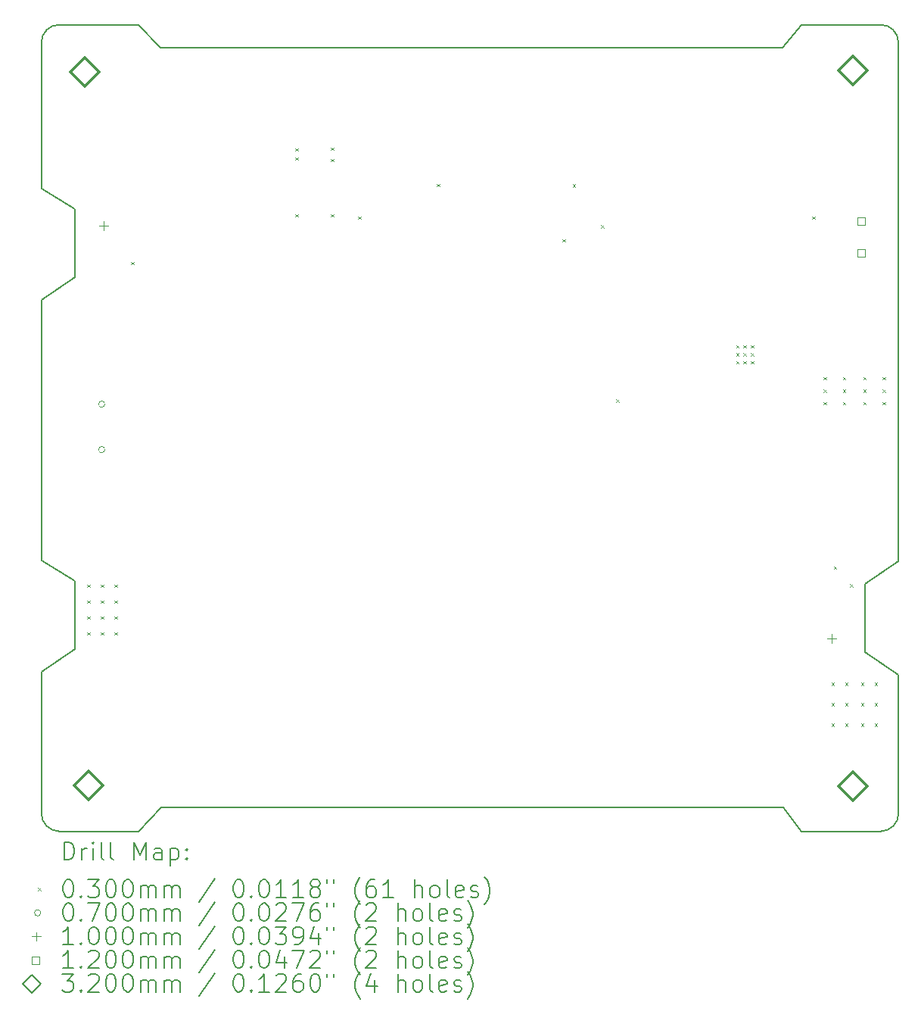
<source format=gbr>
%TF.GenerationSoftware,KiCad,Pcbnew,9.0.1*%
%TF.CreationDate,2025-04-05T20:20:36-07:00*%
%TF.ProjectId,batteryboard,62617474-6572-4796-926f-6172642e6b69,2.3*%
%TF.SameCoordinates,Original*%
%TF.FileFunction,Drillmap*%
%TF.FilePolarity,Positive*%
%FSLAX45Y45*%
G04 Gerber Fmt 4.5, Leading zero omitted, Abs format (unit mm)*
G04 Created by KiCad (PCBNEW 9.0.1) date 2025-04-05 20:20:36*
%MOMM*%
%LPD*%
G01*
G04 APERTURE LIST*
%ADD10C,0.150000*%
%ADD11C,0.200000*%
%ADD12C,0.100000*%
%ADD13C,0.120000*%
%ADD14C,0.320000*%
G04 APERTURE END LIST*
D10*
X5520030Y-14397990D02*
G75*
G02*
X5320030Y-14197990I0J200000D01*
G01*
X14908530Y-14197990D02*
G75*
G02*
X14708530Y-14397990I-200000J0D01*
G01*
X14708530Y-5380990D02*
G75*
G02*
X14908530Y-5580990I0J-200000D01*
G01*
X5320030Y-5580990D02*
G75*
G02*
X5520030Y-5380990I200000J0D01*
G01*
X5520030Y-14397990D02*
X6403950Y-14397990D01*
X14909800Y-11379200D02*
X14908530Y-5580990D01*
X13616570Y-14131870D02*
X6656970Y-14131870D01*
X6403950Y-14397990D02*
X6656970Y-14131870D01*
X14708530Y-14397990D02*
X13824610Y-14397990D01*
X6654800Y-5638800D02*
X6409690Y-5380990D01*
X13614400Y-5638800D02*
X6654800Y-5638800D01*
X13614400Y-5638800D02*
X13818870Y-5380990D01*
X14708530Y-5380990D02*
X13818870Y-5380990D01*
X6409690Y-5380990D02*
X5520030Y-5380990D01*
X5320030Y-7213600D02*
X5320030Y-5580990D01*
X14908530Y-14197990D02*
X14909800Y-12649200D01*
X14530970Y-12395200D02*
X14909800Y-12649200D01*
X5691210Y-11596890D02*
X5319470Y-11368290D01*
X14530970Y-11633200D02*
X14530970Y-12395200D01*
X5320030Y-8458200D02*
X5691770Y-8204200D01*
X5691210Y-12358890D02*
X5691210Y-11596890D01*
X13824610Y-14397990D02*
X13616570Y-14131870D01*
X5320030Y-14197990D02*
X5319470Y-12612890D01*
X5691770Y-7442200D02*
X5320030Y-7213600D01*
X5691770Y-8204200D02*
X5691770Y-7442200D01*
X14909800Y-11379200D02*
X14530970Y-11633200D01*
X5319470Y-12612890D02*
X5691210Y-12358890D01*
X5319470Y-11368290D02*
X5320030Y-8458200D01*
D11*
D12*
X5832170Y-11639790D02*
X5862170Y-11669790D01*
X5862170Y-11639790D02*
X5832170Y-11669790D01*
X5832170Y-11817590D02*
X5862170Y-11847590D01*
X5862170Y-11817590D02*
X5832170Y-11847590D01*
X5832170Y-11995390D02*
X5862170Y-12025390D01*
X5862170Y-11995390D02*
X5832170Y-12025390D01*
X5832170Y-12173190D02*
X5862170Y-12203190D01*
X5862170Y-12173190D02*
X5832170Y-12203190D01*
X5984570Y-11639790D02*
X6014570Y-11669790D01*
X6014570Y-11639790D02*
X5984570Y-11669790D01*
X5984570Y-11817590D02*
X6014570Y-11847590D01*
X6014570Y-11817590D02*
X5984570Y-11847590D01*
X5984570Y-11995390D02*
X6014570Y-12025390D01*
X6014570Y-11995390D02*
X5984570Y-12025390D01*
X5984570Y-12173190D02*
X6014570Y-12203190D01*
X6014570Y-12173190D02*
X5984570Y-12203190D01*
X6136970Y-11639790D02*
X6166970Y-11669790D01*
X6166970Y-11639790D02*
X6136970Y-11669790D01*
X6136970Y-11817590D02*
X6166970Y-11847590D01*
X6166970Y-11817590D02*
X6136970Y-11847590D01*
X6136970Y-11995390D02*
X6166970Y-12025390D01*
X6166970Y-11995390D02*
X6136970Y-12025390D01*
X6136970Y-12173190D02*
X6166970Y-12203190D01*
X6166970Y-12173190D02*
X6136970Y-12203190D01*
X6321030Y-8032990D02*
X6351030Y-8062990D01*
X6351030Y-8032990D02*
X6321030Y-8062990D01*
X8162530Y-6762990D02*
X8192530Y-6792990D01*
X8192530Y-6762990D02*
X8162530Y-6792990D01*
X8162530Y-6864590D02*
X8192530Y-6894590D01*
X8192530Y-6864590D02*
X8162530Y-6894590D01*
X8162530Y-7499590D02*
X8192530Y-7529590D01*
X8192530Y-7499590D02*
X8162530Y-7529590D01*
X8556230Y-7499590D02*
X8586230Y-7529590D01*
X8586230Y-7499590D02*
X8556230Y-7529590D01*
X8557500Y-6754100D02*
X8587500Y-6784100D01*
X8587500Y-6754100D02*
X8557500Y-6784100D01*
X8557500Y-6881100D02*
X8587500Y-6911100D01*
X8587500Y-6881100D02*
X8557500Y-6911100D01*
X8861030Y-7524990D02*
X8891030Y-7554990D01*
X8891030Y-7524990D02*
X8861030Y-7554990D01*
X9744470Y-7160390D02*
X9774470Y-7190390D01*
X9774470Y-7160390D02*
X9744470Y-7190390D01*
X11147030Y-7778990D02*
X11177030Y-7808990D01*
X11177030Y-7778990D02*
X11147030Y-7808990D01*
X11264470Y-7162890D02*
X11294470Y-7192890D01*
X11294470Y-7162890D02*
X11264470Y-7192890D01*
X11579470Y-7620390D02*
X11609470Y-7650390D01*
X11609470Y-7620390D02*
X11579470Y-7650390D01*
X11751550Y-9567150D02*
X11781550Y-9597150D01*
X11781550Y-9567150D02*
X11751550Y-9597150D01*
X13091400Y-8963900D02*
X13121400Y-8993900D01*
X13121400Y-8963900D02*
X13091400Y-8993900D01*
X13091400Y-9052800D02*
X13121400Y-9082800D01*
X13121400Y-9052800D02*
X13091400Y-9082800D01*
X13091400Y-9141700D02*
X13121400Y-9171700D01*
X13121400Y-9141700D02*
X13091400Y-9171700D01*
X13172310Y-8963900D02*
X13202310Y-8993900D01*
X13202310Y-8963900D02*
X13172310Y-8993900D01*
X13172310Y-9052800D02*
X13202310Y-9082800D01*
X13202310Y-9052800D02*
X13172310Y-9082800D01*
X13172310Y-9141700D02*
X13202310Y-9171700D01*
X13202310Y-9141700D02*
X13172310Y-9171700D01*
X13256130Y-8963900D02*
X13286130Y-8993900D01*
X13286130Y-8963900D02*
X13256130Y-8993900D01*
X13256130Y-9052800D02*
X13286130Y-9082800D01*
X13286130Y-9052800D02*
X13256130Y-9082800D01*
X13256130Y-9141700D02*
X13286130Y-9171700D01*
X13286130Y-9141700D02*
X13256130Y-9171700D01*
X13941030Y-7524990D02*
X13971030Y-7554990D01*
X13971030Y-7524990D02*
X13941030Y-7554990D01*
X14069300Y-9319500D02*
X14099300Y-9349500D01*
X14099300Y-9319500D02*
X14069300Y-9349500D01*
X14069300Y-9459200D02*
X14099300Y-9489200D01*
X14099300Y-9459200D02*
X14069300Y-9489200D01*
X14069300Y-9598900D02*
X14099300Y-9628900D01*
X14099300Y-9598900D02*
X14069300Y-9628900D01*
X14158200Y-12735800D02*
X14188200Y-12765800D01*
X14188200Y-12735800D02*
X14158200Y-12765800D01*
X14158200Y-12964400D02*
X14188200Y-12994400D01*
X14188200Y-12964400D02*
X14158200Y-12994400D01*
X14158200Y-13193000D02*
X14188200Y-13223000D01*
X14188200Y-13193000D02*
X14158200Y-13223000D01*
X14184470Y-11435390D02*
X14214470Y-11465390D01*
X14214470Y-11435390D02*
X14184470Y-11465390D01*
X14285200Y-9319500D02*
X14315200Y-9349500D01*
X14315200Y-9319500D02*
X14285200Y-9349500D01*
X14285200Y-9459200D02*
X14315200Y-9489200D01*
X14315200Y-9459200D02*
X14285200Y-9489200D01*
X14285200Y-9598900D02*
X14315200Y-9628900D01*
X14315200Y-9598900D02*
X14285200Y-9628900D01*
X14310600Y-12735800D02*
X14340600Y-12765800D01*
X14340600Y-12735800D02*
X14310600Y-12765800D01*
X14310600Y-12964400D02*
X14340600Y-12994400D01*
X14340600Y-12964400D02*
X14310600Y-12994400D01*
X14310600Y-13193000D02*
X14340600Y-13223000D01*
X14340600Y-13193000D02*
X14310600Y-13223000D01*
X14366110Y-11635290D02*
X14396110Y-11665290D01*
X14396110Y-11635290D02*
X14366110Y-11665290D01*
X14488400Y-12735800D02*
X14518400Y-12765800D01*
X14518400Y-12735800D02*
X14488400Y-12765800D01*
X14488400Y-12964400D02*
X14518400Y-12994400D01*
X14518400Y-12964400D02*
X14488400Y-12994400D01*
X14488400Y-13193000D02*
X14518400Y-13223000D01*
X14518400Y-13193000D02*
X14488400Y-13223000D01*
X14513800Y-9319500D02*
X14543800Y-9349500D01*
X14543800Y-9319500D02*
X14513800Y-9349500D01*
X14513800Y-9459200D02*
X14543800Y-9489200D01*
X14543800Y-9459200D02*
X14513800Y-9489200D01*
X14513800Y-9598900D02*
X14543800Y-9628900D01*
X14543800Y-9598900D02*
X14513800Y-9628900D01*
X14640800Y-12735800D02*
X14670800Y-12765800D01*
X14670800Y-12735800D02*
X14640800Y-12765800D01*
X14640800Y-12964400D02*
X14670800Y-12994400D01*
X14670800Y-12964400D02*
X14640800Y-12994400D01*
X14640800Y-13193000D02*
X14670800Y-13223000D01*
X14670800Y-13193000D02*
X14640800Y-13223000D01*
X14729700Y-9319500D02*
X14759700Y-9349500D01*
X14759700Y-9319500D02*
X14729700Y-9349500D01*
X14729700Y-9459200D02*
X14759700Y-9489200D01*
X14759700Y-9459200D02*
X14729700Y-9489200D01*
X14729700Y-9598900D02*
X14759700Y-9628900D01*
X14759700Y-9598900D02*
X14729700Y-9628900D01*
X6028930Y-9622790D02*
G75*
G02*
X5958930Y-9622790I-35000J0D01*
G01*
X5958930Y-9622790D02*
G75*
G02*
X6028930Y-9622790I35000J0D01*
G01*
X6028930Y-10130790D02*
G75*
G02*
X5958930Y-10130790I-35000J0D01*
G01*
X5958930Y-10130790D02*
G75*
G02*
X6028930Y-10130790I35000J0D01*
G01*
X6018530Y-7578890D02*
X6018530Y-7678890D01*
X5968530Y-7628890D02*
X6068530Y-7628890D01*
X14159230Y-12188990D02*
X14159230Y-12288990D01*
X14109230Y-12238990D02*
X14209230Y-12238990D01*
D13*
X14532757Y-7623637D02*
X14532757Y-7538783D01*
X14447903Y-7538783D01*
X14447903Y-7623637D01*
X14532757Y-7623637D01*
X14532757Y-7973637D02*
X14532757Y-7888783D01*
X14447903Y-7888783D01*
X14447903Y-7973637D01*
X14532757Y-7973637D01*
D14*
X5806070Y-6069890D02*
X5966070Y-5909890D01*
X5806070Y-5749890D01*
X5646070Y-5909890D01*
X5806070Y-6069890D01*
X5844170Y-14045490D02*
X6004170Y-13885490D01*
X5844170Y-13725490D01*
X5684170Y-13885490D01*
X5844170Y-14045490D01*
X14401030Y-6048990D02*
X14561030Y-5888990D01*
X14401030Y-5728990D01*
X14241030Y-5888990D01*
X14401030Y-6048990D01*
X14401030Y-14049990D02*
X14561030Y-13889990D01*
X14401030Y-13729990D01*
X14241030Y-13889990D01*
X14401030Y-14049990D01*
D11*
X5572747Y-14716974D02*
X5572747Y-14516974D01*
X5572747Y-14516974D02*
X5620366Y-14516974D01*
X5620366Y-14516974D02*
X5648937Y-14526498D01*
X5648937Y-14526498D02*
X5667985Y-14545545D01*
X5667985Y-14545545D02*
X5677509Y-14564593D01*
X5677509Y-14564593D02*
X5687032Y-14602688D01*
X5687032Y-14602688D02*
X5687032Y-14631259D01*
X5687032Y-14631259D02*
X5677509Y-14669355D01*
X5677509Y-14669355D02*
X5667985Y-14688402D01*
X5667985Y-14688402D02*
X5648937Y-14707450D01*
X5648937Y-14707450D02*
X5620366Y-14716974D01*
X5620366Y-14716974D02*
X5572747Y-14716974D01*
X5772747Y-14716974D02*
X5772747Y-14583640D01*
X5772747Y-14621736D02*
X5782271Y-14602688D01*
X5782271Y-14602688D02*
X5791794Y-14593164D01*
X5791794Y-14593164D02*
X5810842Y-14583640D01*
X5810842Y-14583640D02*
X5829890Y-14583640D01*
X5896556Y-14716974D02*
X5896556Y-14583640D01*
X5896556Y-14516974D02*
X5887032Y-14526498D01*
X5887032Y-14526498D02*
X5896556Y-14536021D01*
X5896556Y-14536021D02*
X5906080Y-14526498D01*
X5906080Y-14526498D02*
X5896556Y-14516974D01*
X5896556Y-14516974D02*
X5896556Y-14536021D01*
X6020366Y-14716974D02*
X6001318Y-14707450D01*
X6001318Y-14707450D02*
X5991794Y-14688402D01*
X5991794Y-14688402D02*
X5991794Y-14516974D01*
X6125128Y-14716974D02*
X6106080Y-14707450D01*
X6106080Y-14707450D02*
X6096556Y-14688402D01*
X6096556Y-14688402D02*
X6096556Y-14516974D01*
X6353699Y-14716974D02*
X6353699Y-14516974D01*
X6353699Y-14516974D02*
X6420366Y-14659831D01*
X6420366Y-14659831D02*
X6487032Y-14516974D01*
X6487032Y-14516974D02*
X6487032Y-14716974D01*
X6667985Y-14716974D02*
X6667985Y-14612212D01*
X6667985Y-14612212D02*
X6658461Y-14593164D01*
X6658461Y-14593164D02*
X6639413Y-14583640D01*
X6639413Y-14583640D02*
X6601318Y-14583640D01*
X6601318Y-14583640D02*
X6582271Y-14593164D01*
X6667985Y-14707450D02*
X6648937Y-14716974D01*
X6648937Y-14716974D02*
X6601318Y-14716974D01*
X6601318Y-14716974D02*
X6582271Y-14707450D01*
X6582271Y-14707450D02*
X6572747Y-14688402D01*
X6572747Y-14688402D02*
X6572747Y-14669355D01*
X6572747Y-14669355D02*
X6582271Y-14650307D01*
X6582271Y-14650307D02*
X6601318Y-14640783D01*
X6601318Y-14640783D02*
X6648937Y-14640783D01*
X6648937Y-14640783D02*
X6667985Y-14631259D01*
X6763223Y-14583640D02*
X6763223Y-14783640D01*
X6763223Y-14593164D02*
X6782271Y-14583640D01*
X6782271Y-14583640D02*
X6820366Y-14583640D01*
X6820366Y-14583640D02*
X6839413Y-14593164D01*
X6839413Y-14593164D02*
X6848937Y-14602688D01*
X6848937Y-14602688D02*
X6858461Y-14621736D01*
X6858461Y-14621736D02*
X6858461Y-14678878D01*
X6858461Y-14678878D02*
X6848937Y-14697926D01*
X6848937Y-14697926D02*
X6839413Y-14707450D01*
X6839413Y-14707450D02*
X6820366Y-14716974D01*
X6820366Y-14716974D02*
X6782271Y-14716974D01*
X6782271Y-14716974D02*
X6763223Y-14707450D01*
X6944175Y-14697926D02*
X6953699Y-14707450D01*
X6953699Y-14707450D02*
X6944175Y-14716974D01*
X6944175Y-14716974D02*
X6934652Y-14707450D01*
X6934652Y-14707450D02*
X6944175Y-14697926D01*
X6944175Y-14697926D02*
X6944175Y-14716974D01*
X6944175Y-14593164D02*
X6953699Y-14602688D01*
X6953699Y-14602688D02*
X6944175Y-14612212D01*
X6944175Y-14612212D02*
X6934652Y-14602688D01*
X6934652Y-14602688D02*
X6944175Y-14593164D01*
X6944175Y-14593164D02*
X6944175Y-14612212D01*
D12*
X5281970Y-15030490D02*
X5311970Y-15060490D01*
X5311970Y-15030490D02*
X5281970Y-15060490D01*
D11*
X5610842Y-14936974D02*
X5629890Y-14936974D01*
X5629890Y-14936974D02*
X5648937Y-14946498D01*
X5648937Y-14946498D02*
X5658461Y-14956021D01*
X5658461Y-14956021D02*
X5667985Y-14975069D01*
X5667985Y-14975069D02*
X5677509Y-15013164D01*
X5677509Y-15013164D02*
X5677509Y-15060783D01*
X5677509Y-15060783D02*
X5667985Y-15098878D01*
X5667985Y-15098878D02*
X5658461Y-15117926D01*
X5658461Y-15117926D02*
X5648937Y-15127450D01*
X5648937Y-15127450D02*
X5629890Y-15136974D01*
X5629890Y-15136974D02*
X5610842Y-15136974D01*
X5610842Y-15136974D02*
X5591794Y-15127450D01*
X5591794Y-15127450D02*
X5582271Y-15117926D01*
X5582271Y-15117926D02*
X5572747Y-15098878D01*
X5572747Y-15098878D02*
X5563223Y-15060783D01*
X5563223Y-15060783D02*
X5563223Y-15013164D01*
X5563223Y-15013164D02*
X5572747Y-14975069D01*
X5572747Y-14975069D02*
X5582271Y-14956021D01*
X5582271Y-14956021D02*
X5591794Y-14946498D01*
X5591794Y-14946498D02*
X5610842Y-14936974D01*
X5763223Y-15117926D02*
X5772747Y-15127450D01*
X5772747Y-15127450D02*
X5763223Y-15136974D01*
X5763223Y-15136974D02*
X5753699Y-15127450D01*
X5753699Y-15127450D02*
X5763223Y-15117926D01*
X5763223Y-15117926D02*
X5763223Y-15136974D01*
X5839413Y-14936974D02*
X5963223Y-14936974D01*
X5963223Y-14936974D02*
X5896556Y-15013164D01*
X5896556Y-15013164D02*
X5925128Y-15013164D01*
X5925128Y-15013164D02*
X5944175Y-15022688D01*
X5944175Y-15022688D02*
X5953699Y-15032212D01*
X5953699Y-15032212D02*
X5963223Y-15051259D01*
X5963223Y-15051259D02*
X5963223Y-15098878D01*
X5963223Y-15098878D02*
X5953699Y-15117926D01*
X5953699Y-15117926D02*
X5944175Y-15127450D01*
X5944175Y-15127450D02*
X5925128Y-15136974D01*
X5925128Y-15136974D02*
X5867985Y-15136974D01*
X5867985Y-15136974D02*
X5848937Y-15127450D01*
X5848937Y-15127450D02*
X5839413Y-15117926D01*
X6087032Y-14936974D02*
X6106080Y-14936974D01*
X6106080Y-14936974D02*
X6125128Y-14946498D01*
X6125128Y-14946498D02*
X6134652Y-14956021D01*
X6134652Y-14956021D02*
X6144175Y-14975069D01*
X6144175Y-14975069D02*
X6153699Y-15013164D01*
X6153699Y-15013164D02*
X6153699Y-15060783D01*
X6153699Y-15060783D02*
X6144175Y-15098878D01*
X6144175Y-15098878D02*
X6134652Y-15117926D01*
X6134652Y-15117926D02*
X6125128Y-15127450D01*
X6125128Y-15127450D02*
X6106080Y-15136974D01*
X6106080Y-15136974D02*
X6087032Y-15136974D01*
X6087032Y-15136974D02*
X6067985Y-15127450D01*
X6067985Y-15127450D02*
X6058461Y-15117926D01*
X6058461Y-15117926D02*
X6048937Y-15098878D01*
X6048937Y-15098878D02*
X6039413Y-15060783D01*
X6039413Y-15060783D02*
X6039413Y-15013164D01*
X6039413Y-15013164D02*
X6048937Y-14975069D01*
X6048937Y-14975069D02*
X6058461Y-14956021D01*
X6058461Y-14956021D02*
X6067985Y-14946498D01*
X6067985Y-14946498D02*
X6087032Y-14936974D01*
X6277509Y-14936974D02*
X6296556Y-14936974D01*
X6296556Y-14936974D02*
X6315604Y-14946498D01*
X6315604Y-14946498D02*
X6325128Y-14956021D01*
X6325128Y-14956021D02*
X6334652Y-14975069D01*
X6334652Y-14975069D02*
X6344175Y-15013164D01*
X6344175Y-15013164D02*
X6344175Y-15060783D01*
X6344175Y-15060783D02*
X6334652Y-15098878D01*
X6334652Y-15098878D02*
X6325128Y-15117926D01*
X6325128Y-15117926D02*
X6315604Y-15127450D01*
X6315604Y-15127450D02*
X6296556Y-15136974D01*
X6296556Y-15136974D02*
X6277509Y-15136974D01*
X6277509Y-15136974D02*
X6258461Y-15127450D01*
X6258461Y-15127450D02*
X6248937Y-15117926D01*
X6248937Y-15117926D02*
X6239413Y-15098878D01*
X6239413Y-15098878D02*
X6229890Y-15060783D01*
X6229890Y-15060783D02*
X6229890Y-15013164D01*
X6229890Y-15013164D02*
X6239413Y-14975069D01*
X6239413Y-14975069D02*
X6248937Y-14956021D01*
X6248937Y-14956021D02*
X6258461Y-14946498D01*
X6258461Y-14946498D02*
X6277509Y-14936974D01*
X6429890Y-15136974D02*
X6429890Y-15003640D01*
X6429890Y-15022688D02*
X6439413Y-15013164D01*
X6439413Y-15013164D02*
X6458461Y-15003640D01*
X6458461Y-15003640D02*
X6487033Y-15003640D01*
X6487033Y-15003640D02*
X6506080Y-15013164D01*
X6506080Y-15013164D02*
X6515604Y-15032212D01*
X6515604Y-15032212D02*
X6515604Y-15136974D01*
X6515604Y-15032212D02*
X6525128Y-15013164D01*
X6525128Y-15013164D02*
X6544175Y-15003640D01*
X6544175Y-15003640D02*
X6572747Y-15003640D01*
X6572747Y-15003640D02*
X6591794Y-15013164D01*
X6591794Y-15013164D02*
X6601318Y-15032212D01*
X6601318Y-15032212D02*
X6601318Y-15136974D01*
X6696556Y-15136974D02*
X6696556Y-15003640D01*
X6696556Y-15022688D02*
X6706080Y-15013164D01*
X6706080Y-15013164D02*
X6725128Y-15003640D01*
X6725128Y-15003640D02*
X6753699Y-15003640D01*
X6753699Y-15003640D02*
X6772747Y-15013164D01*
X6772747Y-15013164D02*
X6782271Y-15032212D01*
X6782271Y-15032212D02*
X6782271Y-15136974D01*
X6782271Y-15032212D02*
X6791794Y-15013164D01*
X6791794Y-15013164D02*
X6810842Y-15003640D01*
X6810842Y-15003640D02*
X6839413Y-15003640D01*
X6839413Y-15003640D02*
X6858461Y-15013164D01*
X6858461Y-15013164D02*
X6867985Y-15032212D01*
X6867985Y-15032212D02*
X6867985Y-15136974D01*
X7258461Y-14927450D02*
X7087033Y-15184593D01*
X7515604Y-14936974D02*
X7534652Y-14936974D01*
X7534652Y-14936974D02*
X7553699Y-14946498D01*
X7553699Y-14946498D02*
X7563223Y-14956021D01*
X7563223Y-14956021D02*
X7572747Y-14975069D01*
X7572747Y-14975069D02*
X7582271Y-15013164D01*
X7582271Y-15013164D02*
X7582271Y-15060783D01*
X7582271Y-15060783D02*
X7572747Y-15098878D01*
X7572747Y-15098878D02*
X7563223Y-15117926D01*
X7563223Y-15117926D02*
X7553699Y-15127450D01*
X7553699Y-15127450D02*
X7534652Y-15136974D01*
X7534652Y-15136974D02*
X7515604Y-15136974D01*
X7515604Y-15136974D02*
X7496556Y-15127450D01*
X7496556Y-15127450D02*
X7487033Y-15117926D01*
X7487033Y-15117926D02*
X7477509Y-15098878D01*
X7477509Y-15098878D02*
X7467985Y-15060783D01*
X7467985Y-15060783D02*
X7467985Y-15013164D01*
X7467985Y-15013164D02*
X7477509Y-14975069D01*
X7477509Y-14975069D02*
X7487033Y-14956021D01*
X7487033Y-14956021D02*
X7496556Y-14946498D01*
X7496556Y-14946498D02*
X7515604Y-14936974D01*
X7667985Y-15117926D02*
X7677509Y-15127450D01*
X7677509Y-15127450D02*
X7667985Y-15136974D01*
X7667985Y-15136974D02*
X7658461Y-15127450D01*
X7658461Y-15127450D02*
X7667985Y-15117926D01*
X7667985Y-15117926D02*
X7667985Y-15136974D01*
X7801318Y-14936974D02*
X7820366Y-14936974D01*
X7820366Y-14936974D02*
X7839414Y-14946498D01*
X7839414Y-14946498D02*
X7848937Y-14956021D01*
X7848937Y-14956021D02*
X7858461Y-14975069D01*
X7858461Y-14975069D02*
X7867985Y-15013164D01*
X7867985Y-15013164D02*
X7867985Y-15060783D01*
X7867985Y-15060783D02*
X7858461Y-15098878D01*
X7858461Y-15098878D02*
X7848937Y-15117926D01*
X7848937Y-15117926D02*
X7839414Y-15127450D01*
X7839414Y-15127450D02*
X7820366Y-15136974D01*
X7820366Y-15136974D02*
X7801318Y-15136974D01*
X7801318Y-15136974D02*
X7782271Y-15127450D01*
X7782271Y-15127450D02*
X7772747Y-15117926D01*
X7772747Y-15117926D02*
X7763223Y-15098878D01*
X7763223Y-15098878D02*
X7753699Y-15060783D01*
X7753699Y-15060783D02*
X7753699Y-15013164D01*
X7753699Y-15013164D02*
X7763223Y-14975069D01*
X7763223Y-14975069D02*
X7772747Y-14956021D01*
X7772747Y-14956021D02*
X7782271Y-14946498D01*
X7782271Y-14946498D02*
X7801318Y-14936974D01*
X8058461Y-15136974D02*
X7944176Y-15136974D01*
X8001318Y-15136974D02*
X8001318Y-14936974D01*
X8001318Y-14936974D02*
X7982271Y-14965545D01*
X7982271Y-14965545D02*
X7963223Y-14984593D01*
X7963223Y-14984593D02*
X7944176Y-14994117D01*
X8248937Y-15136974D02*
X8134652Y-15136974D01*
X8191795Y-15136974D02*
X8191795Y-14936974D01*
X8191795Y-14936974D02*
X8172747Y-14965545D01*
X8172747Y-14965545D02*
X8153699Y-14984593D01*
X8153699Y-14984593D02*
X8134652Y-14994117D01*
X8363223Y-15022688D02*
X8344176Y-15013164D01*
X8344176Y-15013164D02*
X8334652Y-15003640D01*
X8334652Y-15003640D02*
X8325128Y-14984593D01*
X8325128Y-14984593D02*
X8325128Y-14975069D01*
X8325128Y-14975069D02*
X8334652Y-14956021D01*
X8334652Y-14956021D02*
X8344176Y-14946498D01*
X8344176Y-14946498D02*
X8363223Y-14936974D01*
X8363223Y-14936974D02*
X8401319Y-14936974D01*
X8401319Y-14936974D02*
X8420366Y-14946498D01*
X8420366Y-14946498D02*
X8429890Y-14956021D01*
X8429890Y-14956021D02*
X8439414Y-14975069D01*
X8439414Y-14975069D02*
X8439414Y-14984593D01*
X8439414Y-14984593D02*
X8429890Y-15003640D01*
X8429890Y-15003640D02*
X8420366Y-15013164D01*
X8420366Y-15013164D02*
X8401319Y-15022688D01*
X8401319Y-15022688D02*
X8363223Y-15022688D01*
X8363223Y-15022688D02*
X8344176Y-15032212D01*
X8344176Y-15032212D02*
X8334652Y-15041736D01*
X8334652Y-15041736D02*
X8325128Y-15060783D01*
X8325128Y-15060783D02*
X8325128Y-15098878D01*
X8325128Y-15098878D02*
X8334652Y-15117926D01*
X8334652Y-15117926D02*
X8344176Y-15127450D01*
X8344176Y-15127450D02*
X8363223Y-15136974D01*
X8363223Y-15136974D02*
X8401319Y-15136974D01*
X8401319Y-15136974D02*
X8420366Y-15127450D01*
X8420366Y-15127450D02*
X8429890Y-15117926D01*
X8429890Y-15117926D02*
X8439414Y-15098878D01*
X8439414Y-15098878D02*
X8439414Y-15060783D01*
X8439414Y-15060783D02*
X8429890Y-15041736D01*
X8429890Y-15041736D02*
X8420366Y-15032212D01*
X8420366Y-15032212D02*
X8401319Y-15022688D01*
X8515604Y-14936974D02*
X8515604Y-14975069D01*
X8591795Y-14936974D02*
X8591795Y-14975069D01*
X8887033Y-15213164D02*
X8877509Y-15203640D01*
X8877509Y-15203640D02*
X8858461Y-15175069D01*
X8858461Y-15175069D02*
X8848938Y-15156021D01*
X8848938Y-15156021D02*
X8839414Y-15127450D01*
X8839414Y-15127450D02*
X8829890Y-15079831D01*
X8829890Y-15079831D02*
X8829890Y-15041736D01*
X8829890Y-15041736D02*
X8839414Y-14994117D01*
X8839414Y-14994117D02*
X8848938Y-14965545D01*
X8848938Y-14965545D02*
X8858461Y-14946498D01*
X8858461Y-14946498D02*
X8877509Y-14917926D01*
X8877509Y-14917926D02*
X8887033Y-14908402D01*
X9048938Y-14936974D02*
X9010842Y-14936974D01*
X9010842Y-14936974D02*
X8991795Y-14946498D01*
X8991795Y-14946498D02*
X8982271Y-14956021D01*
X8982271Y-14956021D02*
X8963223Y-14984593D01*
X8963223Y-14984593D02*
X8953700Y-15022688D01*
X8953700Y-15022688D02*
X8953700Y-15098878D01*
X8953700Y-15098878D02*
X8963223Y-15117926D01*
X8963223Y-15117926D02*
X8972747Y-15127450D01*
X8972747Y-15127450D02*
X8991795Y-15136974D01*
X8991795Y-15136974D02*
X9029890Y-15136974D01*
X9029890Y-15136974D02*
X9048938Y-15127450D01*
X9048938Y-15127450D02*
X9058461Y-15117926D01*
X9058461Y-15117926D02*
X9067985Y-15098878D01*
X9067985Y-15098878D02*
X9067985Y-15051259D01*
X9067985Y-15051259D02*
X9058461Y-15032212D01*
X9058461Y-15032212D02*
X9048938Y-15022688D01*
X9048938Y-15022688D02*
X9029890Y-15013164D01*
X9029890Y-15013164D02*
X8991795Y-15013164D01*
X8991795Y-15013164D02*
X8972747Y-15022688D01*
X8972747Y-15022688D02*
X8963223Y-15032212D01*
X8963223Y-15032212D02*
X8953700Y-15051259D01*
X9258461Y-15136974D02*
X9144176Y-15136974D01*
X9201319Y-15136974D02*
X9201319Y-14936974D01*
X9201319Y-14936974D02*
X9182271Y-14965545D01*
X9182271Y-14965545D02*
X9163223Y-14984593D01*
X9163223Y-14984593D02*
X9144176Y-14994117D01*
X9496557Y-15136974D02*
X9496557Y-14936974D01*
X9582271Y-15136974D02*
X9582271Y-15032212D01*
X9582271Y-15032212D02*
X9572747Y-15013164D01*
X9572747Y-15013164D02*
X9553700Y-15003640D01*
X9553700Y-15003640D02*
X9525128Y-15003640D01*
X9525128Y-15003640D02*
X9506081Y-15013164D01*
X9506081Y-15013164D02*
X9496557Y-15022688D01*
X9706081Y-15136974D02*
X9687033Y-15127450D01*
X9687033Y-15127450D02*
X9677509Y-15117926D01*
X9677509Y-15117926D02*
X9667985Y-15098878D01*
X9667985Y-15098878D02*
X9667985Y-15041736D01*
X9667985Y-15041736D02*
X9677509Y-15022688D01*
X9677509Y-15022688D02*
X9687033Y-15013164D01*
X9687033Y-15013164D02*
X9706081Y-15003640D01*
X9706081Y-15003640D02*
X9734652Y-15003640D01*
X9734652Y-15003640D02*
X9753700Y-15013164D01*
X9753700Y-15013164D02*
X9763223Y-15022688D01*
X9763223Y-15022688D02*
X9772747Y-15041736D01*
X9772747Y-15041736D02*
X9772747Y-15098878D01*
X9772747Y-15098878D02*
X9763223Y-15117926D01*
X9763223Y-15117926D02*
X9753700Y-15127450D01*
X9753700Y-15127450D02*
X9734652Y-15136974D01*
X9734652Y-15136974D02*
X9706081Y-15136974D01*
X9887033Y-15136974D02*
X9867985Y-15127450D01*
X9867985Y-15127450D02*
X9858462Y-15108402D01*
X9858462Y-15108402D02*
X9858462Y-14936974D01*
X10039414Y-15127450D02*
X10020366Y-15136974D01*
X10020366Y-15136974D02*
X9982271Y-15136974D01*
X9982271Y-15136974D02*
X9963223Y-15127450D01*
X9963223Y-15127450D02*
X9953700Y-15108402D01*
X9953700Y-15108402D02*
X9953700Y-15032212D01*
X9953700Y-15032212D02*
X9963223Y-15013164D01*
X9963223Y-15013164D02*
X9982271Y-15003640D01*
X9982271Y-15003640D02*
X10020366Y-15003640D01*
X10020366Y-15003640D02*
X10039414Y-15013164D01*
X10039414Y-15013164D02*
X10048938Y-15032212D01*
X10048938Y-15032212D02*
X10048938Y-15051259D01*
X10048938Y-15051259D02*
X9953700Y-15070307D01*
X10125128Y-15127450D02*
X10144176Y-15136974D01*
X10144176Y-15136974D02*
X10182271Y-15136974D01*
X10182271Y-15136974D02*
X10201319Y-15127450D01*
X10201319Y-15127450D02*
X10210843Y-15108402D01*
X10210843Y-15108402D02*
X10210843Y-15098878D01*
X10210843Y-15098878D02*
X10201319Y-15079831D01*
X10201319Y-15079831D02*
X10182271Y-15070307D01*
X10182271Y-15070307D02*
X10153700Y-15070307D01*
X10153700Y-15070307D02*
X10134652Y-15060783D01*
X10134652Y-15060783D02*
X10125128Y-15041736D01*
X10125128Y-15041736D02*
X10125128Y-15032212D01*
X10125128Y-15032212D02*
X10134652Y-15013164D01*
X10134652Y-15013164D02*
X10153700Y-15003640D01*
X10153700Y-15003640D02*
X10182271Y-15003640D01*
X10182271Y-15003640D02*
X10201319Y-15013164D01*
X10277509Y-15213164D02*
X10287033Y-15203640D01*
X10287033Y-15203640D02*
X10306081Y-15175069D01*
X10306081Y-15175069D02*
X10315604Y-15156021D01*
X10315604Y-15156021D02*
X10325128Y-15127450D01*
X10325128Y-15127450D02*
X10334652Y-15079831D01*
X10334652Y-15079831D02*
X10334652Y-15041736D01*
X10334652Y-15041736D02*
X10325128Y-14994117D01*
X10325128Y-14994117D02*
X10315604Y-14965545D01*
X10315604Y-14965545D02*
X10306081Y-14946498D01*
X10306081Y-14946498D02*
X10287033Y-14917926D01*
X10287033Y-14917926D02*
X10277509Y-14908402D01*
D12*
X5311970Y-15309490D02*
G75*
G02*
X5241970Y-15309490I-35000J0D01*
G01*
X5241970Y-15309490D02*
G75*
G02*
X5311970Y-15309490I35000J0D01*
G01*
D11*
X5610842Y-15200974D02*
X5629890Y-15200974D01*
X5629890Y-15200974D02*
X5648937Y-15210498D01*
X5648937Y-15210498D02*
X5658461Y-15220021D01*
X5658461Y-15220021D02*
X5667985Y-15239069D01*
X5667985Y-15239069D02*
X5677509Y-15277164D01*
X5677509Y-15277164D02*
X5677509Y-15324783D01*
X5677509Y-15324783D02*
X5667985Y-15362878D01*
X5667985Y-15362878D02*
X5658461Y-15381926D01*
X5658461Y-15381926D02*
X5648937Y-15391450D01*
X5648937Y-15391450D02*
X5629890Y-15400974D01*
X5629890Y-15400974D02*
X5610842Y-15400974D01*
X5610842Y-15400974D02*
X5591794Y-15391450D01*
X5591794Y-15391450D02*
X5582271Y-15381926D01*
X5582271Y-15381926D02*
X5572747Y-15362878D01*
X5572747Y-15362878D02*
X5563223Y-15324783D01*
X5563223Y-15324783D02*
X5563223Y-15277164D01*
X5563223Y-15277164D02*
X5572747Y-15239069D01*
X5572747Y-15239069D02*
X5582271Y-15220021D01*
X5582271Y-15220021D02*
X5591794Y-15210498D01*
X5591794Y-15210498D02*
X5610842Y-15200974D01*
X5763223Y-15381926D02*
X5772747Y-15391450D01*
X5772747Y-15391450D02*
X5763223Y-15400974D01*
X5763223Y-15400974D02*
X5753699Y-15391450D01*
X5753699Y-15391450D02*
X5763223Y-15381926D01*
X5763223Y-15381926D02*
X5763223Y-15400974D01*
X5839413Y-15200974D02*
X5972747Y-15200974D01*
X5972747Y-15200974D02*
X5887032Y-15400974D01*
X6087032Y-15200974D02*
X6106080Y-15200974D01*
X6106080Y-15200974D02*
X6125128Y-15210498D01*
X6125128Y-15210498D02*
X6134652Y-15220021D01*
X6134652Y-15220021D02*
X6144175Y-15239069D01*
X6144175Y-15239069D02*
X6153699Y-15277164D01*
X6153699Y-15277164D02*
X6153699Y-15324783D01*
X6153699Y-15324783D02*
X6144175Y-15362878D01*
X6144175Y-15362878D02*
X6134652Y-15381926D01*
X6134652Y-15381926D02*
X6125128Y-15391450D01*
X6125128Y-15391450D02*
X6106080Y-15400974D01*
X6106080Y-15400974D02*
X6087032Y-15400974D01*
X6087032Y-15400974D02*
X6067985Y-15391450D01*
X6067985Y-15391450D02*
X6058461Y-15381926D01*
X6058461Y-15381926D02*
X6048937Y-15362878D01*
X6048937Y-15362878D02*
X6039413Y-15324783D01*
X6039413Y-15324783D02*
X6039413Y-15277164D01*
X6039413Y-15277164D02*
X6048937Y-15239069D01*
X6048937Y-15239069D02*
X6058461Y-15220021D01*
X6058461Y-15220021D02*
X6067985Y-15210498D01*
X6067985Y-15210498D02*
X6087032Y-15200974D01*
X6277509Y-15200974D02*
X6296556Y-15200974D01*
X6296556Y-15200974D02*
X6315604Y-15210498D01*
X6315604Y-15210498D02*
X6325128Y-15220021D01*
X6325128Y-15220021D02*
X6334652Y-15239069D01*
X6334652Y-15239069D02*
X6344175Y-15277164D01*
X6344175Y-15277164D02*
X6344175Y-15324783D01*
X6344175Y-15324783D02*
X6334652Y-15362878D01*
X6334652Y-15362878D02*
X6325128Y-15381926D01*
X6325128Y-15381926D02*
X6315604Y-15391450D01*
X6315604Y-15391450D02*
X6296556Y-15400974D01*
X6296556Y-15400974D02*
X6277509Y-15400974D01*
X6277509Y-15400974D02*
X6258461Y-15391450D01*
X6258461Y-15391450D02*
X6248937Y-15381926D01*
X6248937Y-15381926D02*
X6239413Y-15362878D01*
X6239413Y-15362878D02*
X6229890Y-15324783D01*
X6229890Y-15324783D02*
X6229890Y-15277164D01*
X6229890Y-15277164D02*
X6239413Y-15239069D01*
X6239413Y-15239069D02*
X6248937Y-15220021D01*
X6248937Y-15220021D02*
X6258461Y-15210498D01*
X6258461Y-15210498D02*
X6277509Y-15200974D01*
X6429890Y-15400974D02*
X6429890Y-15267640D01*
X6429890Y-15286688D02*
X6439413Y-15277164D01*
X6439413Y-15277164D02*
X6458461Y-15267640D01*
X6458461Y-15267640D02*
X6487033Y-15267640D01*
X6487033Y-15267640D02*
X6506080Y-15277164D01*
X6506080Y-15277164D02*
X6515604Y-15296212D01*
X6515604Y-15296212D02*
X6515604Y-15400974D01*
X6515604Y-15296212D02*
X6525128Y-15277164D01*
X6525128Y-15277164D02*
X6544175Y-15267640D01*
X6544175Y-15267640D02*
X6572747Y-15267640D01*
X6572747Y-15267640D02*
X6591794Y-15277164D01*
X6591794Y-15277164D02*
X6601318Y-15296212D01*
X6601318Y-15296212D02*
X6601318Y-15400974D01*
X6696556Y-15400974D02*
X6696556Y-15267640D01*
X6696556Y-15286688D02*
X6706080Y-15277164D01*
X6706080Y-15277164D02*
X6725128Y-15267640D01*
X6725128Y-15267640D02*
X6753699Y-15267640D01*
X6753699Y-15267640D02*
X6772747Y-15277164D01*
X6772747Y-15277164D02*
X6782271Y-15296212D01*
X6782271Y-15296212D02*
X6782271Y-15400974D01*
X6782271Y-15296212D02*
X6791794Y-15277164D01*
X6791794Y-15277164D02*
X6810842Y-15267640D01*
X6810842Y-15267640D02*
X6839413Y-15267640D01*
X6839413Y-15267640D02*
X6858461Y-15277164D01*
X6858461Y-15277164D02*
X6867985Y-15296212D01*
X6867985Y-15296212D02*
X6867985Y-15400974D01*
X7258461Y-15191450D02*
X7087033Y-15448593D01*
X7515604Y-15200974D02*
X7534652Y-15200974D01*
X7534652Y-15200974D02*
X7553699Y-15210498D01*
X7553699Y-15210498D02*
X7563223Y-15220021D01*
X7563223Y-15220021D02*
X7572747Y-15239069D01*
X7572747Y-15239069D02*
X7582271Y-15277164D01*
X7582271Y-15277164D02*
X7582271Y-15324783D01*
X7582271Y-15324783D02*
X7572747Y-15362878D01*
X7572747Y-15362878D02*
X7563223Y-15381926D01*
X7563223Y-15381926D02*
X7553699Y-15391450D01*
X7553699Y-15391450D02*
X7534652Y-15400974D01*
X7534652Y-15400974D02*
X7515604Y-15400974D01*
X7515604Y-15400974D02*
X7496556Y-15391450D01*
X7496556Y-15391450D02*
X7487033Y-15381926D01*
X7487033Y-15381926D02*
X7477509Y-15362878D01*
X7477509Y-15362878D02*
X7467985Y-15324783D01*
X7467985Y-15324783D02*
X7467985Y-15277164D01*
X7467985Y-15277164D02*
X7477509Y-15239069D01*
X7477509Y-15239069D02*
X7487033Y-15220021D01*
X7487033Y-15220021D02*
X7496556Y-15210498D01*
X7496556Y-15210498D02*
X7515604Y-15200974D01*
X7667985Y-15381926D02*
X7677509Y-15391450D01*
X7677509Y-15391450D02*
X7667985Y-15400974D01*
X7667985Y-15400974D02*
X7658461Y-15391450D01*
X7658461Y-15391450D02*
X7667985Y-15381926D01*
X7667985Y-15381926D02*
X7667985Y-15400974D01*
X7801318Y-15200974D02*
X7820366Y-15200974D01*
X7820366Y-15200974D02*
X7839414Y-15210498D01*
X7839414Y-15210498D02*
X7848937Y-15220021D01*
X7848937Y-15220021D02*
X7858461Y-15239069D01*
X7858461Y-15239069D02*
X7867985Y-15277164D01*
X7867985Y-15277164D02*
X7867985Y-15324783D01*
X7867985Y-15324783D02*
X7858461Y-15362878D01*
X7858461Y-15362878D02*
X7848937Y-15381926D01*
X7848937Y-15381926D02*
X7839414Y-15391450D01*
X7839414Y-15391450D02*
X7820366Y-15400974D01*
X7820366Y-15400974D02*
X7801318Y-15400974D01*
X7801318Y-15400974D02*
X7782271Y-15391450D01*
X7782271Y-15391450D02*
X7772747Y-15381926D01*
X7772747Y-15381926D02*
X7763223Y-15362878D01*
X7763223Y-15362878D02*
X7753699Y-15324783D01*
X7753699Y-15324783D02*
X7753699Y-15277164D01*
X7753699Y-15277164D02*
X7763223Y-15239069D01*
X7763223Y-15239069D02*
X7772747Y-15220021D01*
X7772747Y-15220021D02*
X7782271Y-15210498D01*
X7782271Y-15210498D02*
X7801318Y-15200974D01*
X7944176Y-15220021D02*
X7953699Y-15210498D01*
X7953699Y-15210498D02*
X7972747Y-15200974D01*
X7972747Y-15200974D02*
X8020366Y-15200974D01*
X8020366Y-15200974D02*
X8039414Y-15210498D01*
X8039414Y-15210498D02*
X8048937Y-15220021D01*
X8048937Y-15220021D02*
X8058461Y-15239069D01*
X8058461Y-15239069D02*
X8058461Y-15258117D01*
X8058461Y-15258117D02*
X8048937Y-15286688D01*
X8048937Y-15286688D02*
X7934652Y-15400974D01*
X7934652Y-15400974D02*
X8058461Y-15400974D01*
X8125128Y-15200974D02*
X8258461Y-15200974D01*
X8258461Y-15200974D02*
X8172747Y-15400974D01*
X8420366Y-15200974D02*
X8382271Y-15200974D01*
X8382271Y-15200974D02*
X8363223Y-15210498D01*
X8363223Y-15210498D02*
X8353699Y-15220021D01*
X8353699Y-15220021D02*
X8334652Y-15248593D01*
X8334652Y-15248593D02*
X8325128Y-15286688D01*
X8325128Y-15286688D02*
X8325128Y-15362878D01*
X8325128Y-15362878D02*
X8334652Y-15381926D01*
X8334652Y-15381926D02*
X8344176Y-15391450D01*
X8344176Y-15391450D02*
X8363223Y-15400974D01*
X8363223Y-15400974D02*
X8401319Y-15400974D01*
X8401319Y-15400974D02*
X8420366Y-15391450D01*
X8420366Y-15391450D02*
X8429890Y-15381926D01*
X8429890Y-15381926D02*
X8439414Y-15362878D01*
X8439414Y-15362878D02*
X8439414Y-15315259D01*
X8439414Y-15315259D02*
X8429890Y-15296212D01*
X8429890Y-15296212D02*
X8420366Y-15286688D01*
X8420366Y-15286688D02*
X8401319Y-15277164D01*
X8401319Y-15277164D02*
X8363223Y-15277164D01*
X8363223Y-15277164D02*
X8344176Y-15286688D01*
X8344176Y-15286688D02*
X8334652Y-15296212D01*
X8334652Y-15296212D02*
X8325128Y-15315259D01*
X8515604Y-15200974D02*
X8515604Y-15239069D01*
X8591795Y-15200974D02*
X8591795Y-15239069D01*
X8887033Y-15477164D02*
X8877509Y-15467640D01*
X8877509Y-15467640D02*
X8858461Y-15439069D01*
X8858461Y-15439069D02*
X8848938Y-15420021D01*
X8848938Y-15420021D02*
X8839414Y-15391450D01*
X8839414Y-15391450D02*
X8829890Y-15343831D01*
X8829890Y-15343831D02*
X8829890Y-15305736D01*
X8829890Y-15305736D02*
X8839414Y-15258117D01*
X8839414Y-15258117D02*
X8848938Y-15229545D01*
X8848938Y-15229545D02*
X8858461Y-15210498D01*
X8858461Y-15210498D02*
X8877509Y-15181926D01*
X8877509Y-15181926D02*
X8887033Y-15172402D01*
X8953700Y-15220021D02*
X8963223Y-15210498D01*
X8963223Y-15210498D02*
X8982271Y-15200974D01*
X8982271Y-15200974D02*
X9029890Y-15200974D01*
X9029890Y-15200974D02*
X9048938Y-15210498D01*
X9048938Y-15210498D02*
X9058461Y-15220021D01*
X9058461Y-15220021D02*
X9067985Y-15239069D01*
X9067985Y-15239069D02*
X9067985Y-15258117D01*
X9067985Y-15258117D02*
X9058461Y-15286688D01*
X9058461Y-15286688D02*
X8944176Y-15400974D01*
X8944176Y-15400974D02*
X9067985Y-15400974D01*
X9306081Y-15400974D02*
X9306081Y-15200974D01*
X9391795Y-15400974D02*
X9391795Y-15296212D01*
X9391795Y-15296212D02*
X9382271Y-15277164D01*
X9382271Y-15277164D02*
X9363223Y-15267640D01*
X9363223Y-15267640D02*
X9334652Y-15267640D01*
X9334652Y-15267640D02*
X9315604Y-15277164D01*
X9315604Y-15277164D02*
X9306081Y-15286688D01*
X9515604Y-15400974D02*
X9496557Y-15391450D01*
X9496557Y-15391450D02*
X9487033Y-15381926D01*
X9487033Y-15381926D02*
X9477509Y-15362878D01*
X9477509Y-15362878D02*
X9477509Y-15305736D01*
X9477509Y-15305736D02*
X9487033Y-15286688D01*
X9487033Y-15286688D02*
X9496557Y-15277164D01*
X9496557Y-15277164D02*
X9515604Y-15267640D01*
X9515604Y-15267640D02*
X9544176Y-15267640D01*
X9544176Y-15267640D02*
X9563223Y-15277164D01*
X9563223Y-15277164D02*
X9572747Y-15286688D01*
X9572747Y-15286688D02*
X9582271Y-15305736D01*
X9582271Y-15305736D02*
X9582271Y-15362878D01*
X9582271Y-15362878D02*
X9572747Y-15381926D01*
X9572747Y-15381926D02*
X9563223Y-15391450D01*
X9563223Y-15391450D02*
X9544176Y-15400974D01*
X9544176Y-15400974D02*
X9515604Y-15400974D01*
X9696557Y-15400974D02*
X9677509Y-15391450D01*
X9677509Y-15391450D02*
X9667985Y-15372402D01*
X9667985Y-15372402D02*
X9667985Y-15200974D01*
X9848938Y-15391450D02*
X9829890Y-15400974D01*
X9829890Y-15400974D02*
X9791795Y-15400974D01*
X9791795Y-15400974D02*
X9772747Y-15391450D01*
X9772747Y-15391450D02*
X9763223Y-15372402D01*
X9763223Y-15372402D02*
X9763223Y-15296212D01*
X9763223Y-15296212D02*
X9772747Y-15277164D01*
X9772747Y-15277164D02*
X9791795Y-15267640D01*
X9791795Y-15267640D02*
X9829890Y-15267640D01*
X9829890Y-15267640D02*
X9848938Y-15277164D01*
X9848938Y-15277164D02*
X9858462Y-15296212D01*
X9858462Y-15296212D02*
X9858462Y-15315259D01*
X9858462Y-15315259D02*
X9763223Y-15334307D01*
X9934652Y-15391450D02*
X9953700Y-15400974D01*
X9953700Y-15400974D02*
X9991795Y-15400974D01*
X9991795Y-15400974D02*
X10010843Y-15391450D01*
X10010843Y-15391450D02*
X10020366Y-15372402D01*
X10020366Y-15372402D02*
X10020366Y-15362878D01*
X10020366Y-15362878D02*
X10010843Y-15343831D01*
X10010843Y-15343831D02*
X9991795Y-15334307D01*
X9991795Y-15334307D02*
X9963223Y-15334307D01*
X9963223Y-15334307D02*
X9944176Y-15324783D01*
X9944176Y-15324783D02*
X9934652Y-15305736D01*
X9934652Y-15305736D02*
X9934652Y-15296212D01*
X9934652Y-15296212D02*
X9944176Y-15277164D01*
X9944176Y-15277164D02*
X9963223Y-15267640D01*
X9963223Y-15267640D02*
X9991795Y-15267640D01*
X9991795Y-15267640D02*
X10010843Y-15277164D01*
X10087033Y-15477164D02*
X10096557Y-15467640D01*
X10096557Y-15467640D02*
X10115604Y-15439069D01*
X10115604Y-15439069D02*
X10125128Y-15420021D01*
X10125128Y-15420021D02*
X10134652Y-15391450D01*
X10134652Y-15391450D02*
X10144176Y-15343831D01*
X10144176Y-15343831D02*
X10144176Y-15305736D01*
X10144176Y-15305736D02*
X10134652Y-15258117D01*
X10134652Y-15258117D02*
X10125128Y-15229545D01*
X10125128Y-15229545D02*
X10115604Y-15210498D01*
X10115604Y-15210498D02*
X10096557Y-15181926D01*
X10096557Y-15181926D02*
X10087033Y-15172402D01*
D12*
X5261970Y-15523490D02*
X5261970Y-15623490D01*
X5211970Y-15573490D02*
X5311970Y-15573490D01*
D11*
X5677509Y-15664974D02*
X5563223Y-15664974D01*
X5620366Y-15664974D02*
X5620366Y-15464974D01*
X5620366Y-15464974D02*
X5601318Y-15493545D01*
X5601318Y-15493545D02*
X5582271Y-15512593D01*
X5582271Y-15512593D02*
X5563223Y-15522117D01*
X5763223Y-15645926D02*
X5772747Y-15655450D01*
X5772747Y-15655450D02*
X5763223Y-15664974D01*
X5763223Y-15664974D02*
X5753699Y-15655450D01*
X5753699Y-15655450D02*
X5763223Y-15645926D01*
X5763223Y-15645926D02*
X5763223Y-15664974D01*
X5896556Y-15464974D02*
X5915604Y-15464974D01*
X5915604Y-15464974D02*
X5934652Y-15474498D01*
X5934652Y-15474498D02*
X5944175Y-15484021D01*
X5944175Y-15484021D02*
X5953699Y-15503069D01*
X5953699Y-15503069D02*
X5963223Y-15541164D01*
X5963223Y-15541164D02*
X5963223Y-15588783D01*
X5963223Y-15588783D02*
X5953699Y-15626878D01*
X5953699Y-15626878D02*
X5944175Y-15645926D01*
X5944175Y-15645926D02*
X5934652Y-15655450D01*
X5934652Y-15655450D02*
X5915604Y-15664974D01*
X5915604Y-15664974D02*
X5896556Y-15664974D01*
X5896556Y-15664974D02*
X5877509Y-15655450D01*
X5877509Y-15655450D02*
X5867985Y-15645926D01*
X5867985Y-15645926D02*
X5858461Y-15626878D01*
X5858461Y-15626878D02*
X5848937Y-15588783D01*
X5848937Y-15588783D02*
X5848937Y-15541164D01*
X5848937Y-15541164D02*
X5858461Y-15503069D01*
X5858461Y-15503069D02*
X5867985Y-15484021D01*
X5867985Y-15484021D02*
X5877509Y-15474498D01*
X5877509Y-15474498D02*
X5896556Y-15464974D01*
X6087032Y-15464974D02*
X6106080Y-15464974D01*
X6106080Y-15464974D02*
X6125128Y-15474498D01*
X6125128Y-15474498D02*
X6134652Y-15484021D01*
X6134652Y-15484021D02*
X6144175Y-15503069D01*
X6144175Y-15503069D02*
X6153699Y-15541164D01*
X6153699Y-15541164D02*
X6153699Y-15588783D01*
X6153699Y-15588783D02*
X6144175Y-15626878D01*
X6144175Y-15626878D02*
X6134652Y-15645926D01*
X6134652Y-15645926D02*
X6125128Y-15655450D01*
X6125128Y-15655450D02*
X6106080Y-15664974D01*
X6106080Y-15664974D02*
X6087032Y-15664974D01*
X6087032Y-15664974D02*
X6067985Y-15655450D01*
X6067985Y-15655450D02*
X6058461Y-15645926D01*
X6058461Y-15645926D02*
X6048937Y-15626878D01*
X6048937Y-15626878D02*
X6039413Y-15588783D01*
X6039413Y-15588783D02*
X6039413Y-15541164D01*
X6039413Y-15541164D02*
X6048937Y-15503069D01*
X6048937Y-15503069D02*
X6058461Y-15484021D01*
X6058461Y-15484021D02*
X6067985Y-15474498D01*
X6067985Y-15474498D02*
X6087032Y-15464974D01*
X6277509Y-15464974D02*
X6296556Y-15464974D01*
X6296556Y-15464974D02*
X6315604Y-15474498D01*
X6315604Y-15474498D02*
X6325128Y-15484021D01*
X6325128Y-15484021D02*
X6334652Y-15503069D01*
X6334652Y-15503069D02*
X6344175Y-15541164D01*
X6344175Y-15541164D02*
X6344175Y-15588783D01*
X6344175Y-15588783D02*
X6334652Y-15626878D01*
X6334652Y-15626878D02*
X6325128Y-15645926D01*
X6325128Y-15645926D02*
X6315604Y-15655450D01*
X6315604Y-15655450D02*
X6296556Y-15664974D01*
X6296556Y-15664974D02*
X6277509Y-15664974D01*
X6277509Y-15664974D02*
X6258461Y-15655450D01*
X6258461Y-15655450D02*
X6248937Y-15645926D01*
X6248937Y-15645926D02*
X6239413Y-15626878D01*
X6239413Y-15626878D02*
X6229890Y-15588783D01*
X6229890Y-15588783D02*
X6229890Y-15541164D01*
X6229890Y-15541164D02*
X6239413Y-15503069D01*
X6239413Y-15503069D02*
X6248937Y-15484021D01*
X6248937Y-15484021D02*
X6258461Y-15474498D01*
X6258461Y-15474498D02*
X6277509Y-15464974D01*
X6429890Y-15664974D02*
X6429890Y-15531640D01*
X6429890Y-15550688D02*
X6439413Y-15541164D01*
X6439413Y-15541164D02*
X6458461Y-15531640D01*
X6458461Y-15531640D02*
X6487033Y-15531640D01*
X6487033Y-15531640D02*
X6506080Y-15541164D01*
X6506080Y-15541164D02*
X6515604Y-15560212D01*
X6515604Y-15560212D02*
X6515604Y-15664974D01*
X6515604Y-15560212D02*
X6525128Y-15541164D01*
X6525128Y-15541164D02*
X6544175Y-15531640D01*
X6544175Y-15531640D02*
X6572747Y-15531640D01*
X6572747Y-15531640D02*
X6591794Y-15541164D01*
X6591794Y-15541164D02*
X6601318Y-15560212D01*
X6601318Y-15560212D02*
X6601318Y-15664974D01*
X6696556Y-15664974D02*
X6696556Y-15531640D01*
X6696556Y-15550688D02*
X6706080Y-15541164D01*
X6706080Y-15541164D02*
X6725128Y-15531640D01*
X6725128Y-15531640D02*
X6753699Y-15531640D01*
X6753699Y-15531640D02*
X6772747Y-15541164D01*
X6772747Y-15541164D02*
X6782271Y-15560212D01*
X6782271Y-15560212D02*
X6782271Y-15664974D01*
X6782271Y-15560212D02*
X6791794Y-15541164D01*
X6791794Y-15541164D02*
X6810842Y-15531640D01*
X6810842Y-15531640D02*
X6839413Y-15531640D01*
X6839413Y-15531640D02*
X6858461Y-15541164D01*
X6858461Y-15541164D02*
X6867985Y-15560212D01*
X6867985Y-15560212D02*
X6867985Y-15664974D01*
X7258461Y-15455450D02*
X7087033Y-15712593D01*
X7515604Y-15464974D02*
X7534652Y-15464974D01*
X7534652Y-15464974D02*
X7553699Y-15474498D01*
X7553699Y-15474498D02*
X7563223Y-15484021D01*
X7563223Y-15484021D02*
X7572747Y-15503069D01*
X7572747Y-15503069D02*
X7582271Y-15541164D01*
X7582271Y-15541164D02*
X7582271Y-15588783D01*
X7582271Y-15588783D02*
X7572747Y-15626878D01*
X7572747Y-15626878D02*
X7563223Y-15645926D01*
X7563223Y-15645926D02*
X7553699Y-15655450D01*
X7553699Y-15655450D02*
X7534652Y-15664974D01*
X7534652Y-15664974D02*
X7515604Y-15664974D01*
X7515604Y-15664974D02*
X7496556Y-15655450D01*
X7496556Y-15655450D02*
X7487033Y-15645926D01*
X7487033Y-15645926D02*
X7477509Y-15626878D01*
X7477509Y-15626878D02*
X7467985Y-15588783D01*
X7467985Y-15588783D02*
X7467985Y-15541164D01*
X7467985Y-15541164D02*
X7477509Y-15503069D01*
X7477509Y-15503069D02*
X7487033Y-15484021D01*
X7487033Y-15484021D02*
X7496556Y-15474498D01*
X7496556Y-15474498D02*
X7515604Y-15464974D01*
X7667985Y-15645926D02*
X7677509Y-15655450D01*
X7677509Y-15655450D02*
X7667985Y-15664974D01*
X7667985Y-15664974D02*
X7658461Y-15655450D01*
X7658461Y-15655450D02*
X7667985Y-15645926D01*
X7667985Y-15645926D02*
X7667985Y-15664974D01*
X7801318Y-15464974D02*
X7820366Y-15464974D01*
X7820366Y-15464974D02*
X7839414Y-15474498D01*
X7839414Y-15474498D02*
X7848937Y-15484021D01*
X7848937Y-15484021D02*
X7858461Y-15503069D01*
X7858461Y-15503069D02*
X7867985Y-15541164D01*
X7867985Y-15541164D02*
X7867985Y-15588783D01*
X7867985Y-15588783D02*
X7858461Y-15626878D01*
X7858461Y-15626878D02*
X7848937Y-15645926D01*
X7848937Y-15645926D02*
X7839414Y-15655450D01*
X7839414Y-15655450D02*
X7820366Y-15664974D01*
X7820366Y-15664974D02*
X7801318Y-15664974D01*
X7801318Y-15664974D02*
X7782271Y-15655450D01*
X7782271Y-15655450D02*
X7772747Y-15645926D01*
X7772747Y-15645926D02*
X7763223Y-15626878D01*
X7763223Y-15626878D02*
X7753699Y-15588783D01*
X7753699Y-15588783D02*
X7753699Y-15541164D01*
X7753699Y-15541164D02*
X7763223Y-15503069D01*
X7763223Y-15503069D02*
X7772747Y-15484021D01*
X7772747Y-15484021D02*
X7782271Y-15474498D01*
X7782271Y-15474498D02*
X7801318Y-15464974D01*
X7934652Y-15464974D02*
X8058461Y-15464974D01*
X8058461Y-15464974D02*
X7991795Y-15541164D01*
X7991795Y-15541164D02*
X8020366Y-15541164D01*
X8020366Y-15541164D02*
X8039414Y-15550688D01*
X8039414Y-15550688D02*
X8048937Y-15560212D01*
X8048937Y-15560212D02*
X8058461Y-15579259D01*
X8058461Y-15579259D02*
X8058461Y-15626878D01*
X8058461Y-15626878D02*
X8048937Y-15645926D01*
X8048937Y-15645926D02*
X8039414Y-15655450D01*
X8039414Y-15655450D02*
X8020366Y-15664974D01*
X8020366Y-15664974D02*
X7963223Y-15664974D01*
X7963223Y-15664974D02*
X7944176Y-15655450D01*
X7944176Y-15655450D02*
X7934652Y-15645926D01*
X8153699Y-15664974D02*
X8191795Y-15664974D01*
X8191795Y-15664974D02*
X8210842Y-15655450D01*
X8210842Y-15655450D02*
X8220366Y-15645926D01*
X8220366Y-15645926D02*
X8239414Y-15617355D01*
X8239414Y-15617355D02*
X8248937Y-15579259D01*
X8248937Y-15579259D02*
X8248937Y-15503069D01*
X8248937Y-15503069D02*
X8239414Y-15484021D01*
X8239414Y-15484021D02*
X8229890Y-15474498D01*
X8229890Y-15474498D02*
X8210842Y-15464974D01*
X8210842Y-15464974D02*
X8172747Y-15464974D01*
X8172747Y-15464974D02*
X8153699Y-15474498D01*
X8153699Y-15474498D02*
X8144176Y-15484021D01*
X8144176Y-15484021D02*
X8134652Y-15503069D01*
X8134652Y-15503069D02*
X8134652Y-15550688D01*
X8134652Y-15550688D02*
X8144176Y-15569736D01*
X8144176Y-15569736D02*
X8153699Y-15579259D01*
X8153699Y-15579259D02*
X8172747Y-15588783D01*
X8172747Y-15588783D02*
X8210842Y-15588783D01*
X8210842Y-15588783D02*
X8229890Y-15579259D01*
X8229890Y-15579259D02*
X8239414Y-15569736D01*
X8239414Y-15569736D02*
X8248937Y-15550688D01*
X8420366Y-15531640D02*
X8420366Y-15664974D01*
X8372747Y-15455450D02*
X8325128Y-15598307D01*
X8325128Y-15598307D02*
X8448938Y-15598307D01*
X8515604Y-15464974D02*
X8515604Y-15503069D01*
X8591795Y-15464974D02*
X8591795Y-15503069D01*
X8887033Y-15741164D02*
X8877509Y-15731640D01*
X8877509Y-15731640D02*
X8858461Y-15703069D01*
X8858461Y-15703069D02*
X8848938Y-15684021D01*
X8848938Y-15684021D02*
X8839414Y-15655450D01*
X8839414Y-15655450D02*
X8829890Y-15607831D01*
X8829890Y-15607831D02*
X8829890Y-15569736D01*
X8829890Y-15569736D02*
X8839414Y-15522117D01*
X8839414Y-15522117D02*
X8848938Y-15493545D01*
X8848938Y-15493545D02*
X8858461Y-15474498D01*
X8858461Y-15474498D02*
X8877509Y-15445926D01*
X8877509Y-15445926D02*
X8887033Y-15436402D01*
X8953700Y-15484021D02*
X8963223Y-15474498D01*
X8963223Y-15474498D02*
X8982271Y-15464974D01*
X8982271Y-15464974D02*
X9029890Y-15464974D01*
X9029890Y-15464974D02*
X9048938Y-15474498D01*
X9048938Y-15474498D02*
X9058461Y-15484021D01*
X9058461Y-15484021D02*
X9067985Y-15503069D01*
X9067985Y-15503069D02*
X9067985Y-15522117D01*
X9067985Y-15522117D02*
X9058461Y-15550688D01*
X9058461Y-15550688D02*
X8944176Y-15664974D01*
X8944176Y-15664974D02*
X9067985Y-15664974D01*
X9306081Y-15664974D02*
X9306081Y-15464974D01*
X9391795Y-15664974D02*
X9391795Y-15560212D01*
X9391795Y-15560212D02*
X9382271Y-15541164D01*
X9382271Y-15541164D02*
X9363223Y-15531640D01*
X9363223Y-15531640D02*
X9334652Y-15531640D01*
X9334652Y-15531640D02*
X9315604Y-15541164D01*
X9315604Y-15541164D02*
X9306081Y-15550688D01*
X9515604Y-15664974D02*
X9496557Y-15655450D01*
X9496557Y-15655450D02*
X9487033Y-15645926D01*
X9487033Y-15645926D02*
X9477509Y-15626878D01*
X9477509Y-15626878D02*
X9477509Y-15569736D01*
X9477509Y-15569736D02*
X9487033Y-15550688D01*
X9487033Y-15550688D02*
X9496557Y-15541164D01*
X9496557Y-15541164D02*
X9515604Y-15531640D01*
X9515604Y-15531640D02*
X9544176Y-15531640D01*
X9544176Y-15531640D02*
X9563223Y-15541164D01*
X9563223Y-15541164D02*
X9572747Y-15550688D01*
X9572747Y-15550688D02*
X9582271Y-15569736D01*
X9582271Y-15569736D02*
X9582271Y-15626878D01*
X9582271Y-15626878D02*
X9572747Y-15645926D01*
X9572747Y-15645926D02*
X9563223Y-15655450D01*
X9563223Y-15655450D02*
X9544176Y-15664974D01*
X9544176Y-15664974D02*
X9515604Y-15664974D01*
X9696557Y-15664974D02*
X9677509Y-15655450D01*
X9677509Y-15655450D02*
X9667985Y-15636402D01*
X9667985Y-15636402D02*
X9667985Y-15464974D01*
X9848938Y-15655450D02*
X9829890Y-15664974D01*
X9829890Y-15664974D02*
X9791795Y-15664974D01*
X9791795Y-15664974D02*
X9772747Y-15655450D01*
X9772747Y-15655450D02*
X9763223Y-15636402D01*
X9763223Y-15636402D02*
X9763223Y-15560212D01*
X9763223Y-15560212D02*
X9772747Y-15541164D01*
X9772747Y-15541164D02*
X9791795Y-15531640D01*
X9791795Y-15531640D02*
X9829890Y-15531640D01*
X9829890Y-15531640D02*
X9848938Y-15541164D01*
X9848938Y-15541164D02*
X9858462Y-15560212D01*
X9858462Y-15560212D02*
X9858462Y-15579259D01*
X9858462Y-15579259D02*
X9763223Y-15598307D01*
X9934652Y-15655450D02*
X9953700Y-15664974D01*
X9953700Y-15664974D02*
X9991795Y-15664974D01*
X9991795Y-15664974D02*
X10010843Y-15655450D01*
X10010843Y-15655450D02*
X10020366Y-15636402D01*
X10020366Y-15636402D02*
X10020366Y-15626878D01*
X10020366Y-15626878D02*
X10010843Y-15607831D01*
X10010843Y-15607831D02*
X9991795Y-15598307D01*
X9991795Y-15598307D02*
X9963223Y-15598307D01*
X9963223Y-15598307D02*
X9944176Y-15588783D01*
X9944176Y-15588783D02*
X9934652Y-15569736D01*
X9934652Y-15569736D02*
X9934652Y-15560212D01*
X9934652Y-15560212D02*
X9944176Y-15541164D01*
X9944176Y-15541164D02*
X9963223Y-15531640D01*
X9963223Y-15531640D02*
X9991795Y-15531640D01*
X9991795Y-15531640D02*
X10010843Y-15541164D01*
X10087033Y-15741164D02*
X10096557Y-15731640D01*
X10096557Y-15731640D02*
X10115604Y-15703069D01*
X10115604Y-15703069D02*
X10125128Y-15684021D01*
X10125128Y-15684021D02*
X10134652Y-15655450D01*
X10134652Y-15655450D02*
X10144176Y-15607831D01*
X10144176Y-15607831D02*
X10144176Y-15569736D01*
X10144176Y-15569736D02*
X10134652Y-15522117D01*
X10134652Y-15522117D02*
X10125128Y-15493545D01*
X10125128Y-15493545D02*
X10115604Y-15474498D01*
X10115604Y-15474498D02*
X10096557Y-15445926D01*
X10096557Y-15445926D02*
X10087033Y-15436402D01*
D13*
X5294397Y-15879917D02*
X5294397Y-15795063D01*
X5209543Y-15795063D01*
X5209543Y-15879917D01*
X5294397Y-15879917D01*
D11*
X5677509Y-15928974D02*
X5563223Y-15928974D01*
X5620366Y-15928974D02*
X5620366Y-15728974D01*
X5620366Y-15728974D02*
X5601318Y-15757545D01*
X5601318Y-15757545D02*
X5582271Y-15776593D01*
X5582271Y-15776593D02*
X5563223Y-15786117D01*
X5763223Y-15909926D02*
X5772747Y-15919450D01*
X5772747Y-15919450D02*
X5763223Y-15928974D01*
X5763223Y-15928974D02*
X5753699Y-15919450D01*
X5753699Y-15919450D02*
X5763223Y-15909926D01*
X5763223Y-15909926D02*
X5763223Y-15928974D01*
X5848937Y-15748021D02*
X5858461Y-15738498D01*
X5858461Y-15738498D02*
X5877509Y-15728974D01*
X5877509Y-15728974D02*
X5925128Y-15728974D01*
X5925128Y-15728974D02*
X5944175Y-15738498D01*
X5944175Y-15738498D02*
X5953699Y-15748021D01*
X5953699Y-15748021D02*
X5963223Y-15767069D01*
X5963223Y-15767069D02*
X5963223Y-15786117D01*
X5963223Y-15786117D02*
X5953699Y-15814688D01*
X5953699Y-15814688D02*
X5839413Y-15928974D01*
X5839413Y-15928974D02*
X5963223Y-15928974D01*
X6087032Y-15728974D02*
X6106080Y-15728974D01*
X6106080Y-15728974D02*
X6125128Y-15738498D01*
X6125128Y-15738498D02*
X6134652Y-15748021D01*
X6134652Y-15748021D02*
X6144175Y-15767069D01*
X6144175Y-15767069D02*
X6153699Y-15805164D01*
X6153699Y-15805164D02*
X6153699Y-15852783D01*
X6153699Y-15852783D02*
X6144175Y-15890878D01*
X6144175Y-15890878D02*
X6134652Y-15909926D01*
X6134652Y-15909926D02*
X6125128Y-15919450D01*
X6125128Y-15919450D02*
X6106080Y-15928974D01*
X6106080Y-15928974D02*
X6087032Y-15928974D01*
X6087032Y-15928974D02*
X6067985Y-15919450D01*
X6067985Y-15919450D02*
X6058461Y-15909926D01*
X6058461Y-15909926D02*
X6048937Y-15890878D01*
X6048937Y-15890878D02*
X6039413Y-15852783D01*
X6039413Y-15852783D02*
X6039413Y-15805164D01*
X6039413Y-15805164D02*
X6048937Y-15767069D01*
X6048937Y-15767069D02*
X6058461Y-15748021D01*
X6058461Y-15748021D02*
X6067985Y-15738498D01*
X6067985Y-15738498D02*
X6087032Y-15728974D01*
X6277509Y-15728974D02*
X6296556Y-15728974D01*
X6296556Y-15728974D02*
X6315604Y-15738498D01*
X6315604Y-15738498D02*
X6325128Y-15748021D01*
X6325128Y-15748021D02*
X6334652Y-15767069D01*
X6334652Y-15767069D02*
X6344175Y-15805164D01*
X6344175Y-15805164D02*
X6344175Y-15852783D01*
X6344175Y-15852783D02*
X6334652Y-15890878D01*
X6334652Y-15890878D02*
X6325128Y-15909926D01*
X6325128Y-15909926D02*
X6315604Y-15919450D01*
X6315604Y-15919450D02*
X6296556Y-15928974D01*
X6296556Y-15928974D02*
X6277509Y-15928974D01*
X6277509Y-15928974D02*
X6258461Y-15919450D01*
X6258461Y-15919450D02*
X6248937Y-15909926D01*
X6248937Y-15909926D02*
X6239413Y-15890878D01*
X6239413Y-15890878D02*
X6229890Y-15852783D01*
X6229890Y-15852783D02*
X6229890Y-15805164D01*
X6229890Y-15805164D02*
X6239413Y-15767069D01*
X6239413Y-15767069D02*
X6248937Y-15748021D01*
X6248937Y-15748021D02*
X6258461Y-15738498D01*
X6258461Y-15738498D02*
X6277509Y-15728974D01*
X6429890Y-15928974D02*
X6429890Y-15795640D01*
X6429890Y-15814688D02*
X6439413Y-15805164D01*
X6439413Y-15805164D02*
X6458461Y-15795640D01*
X6458461Y-15795640D02*
X6487033Y-15795640D01*
X6487033Y-15795640D02*
X6506080Y-15805164D01*
X6506080Y-15805164D02*
X6515604Y-15824212D01*
X6515604Y-15824212D02*
X6515604Y-15928974D01*
X6515604Y-15824212D02*
X6525128Y-15805164D01*
X6525128Y-15805164D02*
X6544175Y-15795640D01*
X6544175Y-15795640D02*
X6572747Y-15795640D01*
X6572747Y-15795640D02*
X6591794Y-15805164D01*
X6591794Y-15805164D02*
X6601318Y-15824212D01*
X6601318Y-15824212D02*
X6601318Y-15928974D01*
X6696556Y-15928974D02*
X6696556Y-15795640D01*
X6696556Y-15814688D02*
X6706080Y-15805164D01*
X6706080Y-15805164D02*
X6725128Y-15795640D01*
X6725128Y-15795640D02*
X6753699Y-15795640D01*
X6753699Y-15795640D02*
X6772747Y-15805164D01*
X6772747Y-15805164D02*
X6782271Y-15824212D01*
X6782271Y-15824212D02*
X6782271Y-15928974D01*
X6782271Y-15824212D02*
X6791794Y-15805164D01*
X6791794Y-15805164D02*
X6810842Y-15795640D01*
X6810842Y-15795640D02*
X6839413Y-15795640D01*
X6839413Y-15795640D02*
X6858461Y-15805164D01*
X6858461Y-15805164D02*
X6867985Y-15824212D01*
X6867985Y-15824212D02*
X6867985Y-15928974D01*
X7258461Y-15719450D02*
X7087033Y-15976593D01*
X7515604Y-15728974D02*
X7534652Y-15728974D01*
X7534652Y-15728974D02*
X7553699Y-15738498D01*
X7553699Y-15738498D02*
X7563223Y-15748021D01*
X7563223Y-15748021D02*
X7572747Y-15767069D01*
X7572747Y-15767069D02*
X7582271Y-15805164D01*
X7582271Y-15805164D02*
X7582271Y-15852783D01*
X7582271Y-15852783D02*
X7572747Y-15890878D01*
X7572747Y-15890878D02*
X7563223Y-15909926D01*
X7563223Y-15909926D02*
X7553699Y-15919450D01*
X7553699Y-15919450D02*
X7534652Y-15928974D01*
X7534652Y-15928974D02*
X7515604Y-15928974D01*
X7515604Y-15928974D02*
X7496556Y-15919450D01*
X7496556Y-15919450D02*
X7487033Y-15909926D01*
X7487033Y-15909926D02*
X7477509Y-15890878D01*
X7477509Y-15890878D02*
X7467985Y-15852783D01*
X7467985Y-15852783D02*
X7467985Y-15805164D01*
X7467985Y-15805164D02*
X7477509Y-15767069D01*
X7477509Y-15767069D02*
X7487033Y-15748021D01*
X7487033Y-15748021D02*
X7496556Y-15738498D01*
X7496556Y-15738498D02*
X7515604Y-15728974D01*
X7667985Y-15909926D02*
X7677509Y-15919450D01*
X7677509Y-15919450D02*
X7667985Y-15928974D01*
X7667985Y-15928974D02*
X7658461Y-15919450D01*
X7658461Y-15919450D02*
X7667985Y-15909926D01*
X7667985Y-15909926D02*
X7667985Y-15928974D01*
X7801318Y-15728974D02*
X7820366Y-15728974D01*
X7820366Y-15728974D02*
X7839414Y-15738498D01*
X7839414Y-15738498D02*
X7848937Y-15748021D01*
X7848937Y-15748021D02*
X7858461Y-15767069D01*
X7858461Y-15767069D02*
X7867985Y-15805164D01*
X7867985Y-15805164D02*
X7867985Y-15852783D01*
X7867985Y-15852783D02*
X7858461Y-15890878D01*
X7858461Y-15890878D02*
X7848937Y-15909926D01*
X7848937Y-15909926D02*
X7839414Y-15919450D01*
X7839414Y-15919450D02*
X7820366Y-15928974D01*
X7820366Y-15928974D02*
X7801318Y-15928974D01*
X7801318Y-15928974D02*
X7782271Y-15919450D01*
X7782271Y-15919450D02*
X7772747Y-15909926D01*
X7772747Y-15909926D02*
X7763223Y-15890878D01*
X7763223Y-15890878D02*
X7753699Y-15852783D01*
X7753699Y-15852783D02*
X7753699Y-15805164D01*
X7753699Y-15805164D02*
X7763223Y-15767069D01*
X7763223Y-15767069D02*
X7772747Y-15748021D01*
X7772747Y-15748021D02*
X7782271Y-15738498D01*
X7782271Y-15738498D02*
X7801318Y-15728974D01*
X8039414Y-15795640D02*
X8039414Y-15928974D01*
X7991795Y-15719450D02*
X7944176Y-15862307D01*
X7944176Y-15862307D02*
X8067985Y-15862307D01*
X8125128Y-15728974D02*
X8258461Y-15728974D01*
X8258461Y-15728974D02*
X8172747Y-15928974D01*
X8325128Y-15748021D02*
X8334652Y-15738498D01*
X8334652Y-15738498D02*
X8353699Y-15728974D01*
X8353699Y-15728974D02*
X8401319Y-15728974D01*
X8401319Y-15728974D02*
X8420366Y-15738498D01*
X8420366Y-15738498D02*
X8429890Y-15748021D01*
X8429890Y-15748021D02*
X8439414Y-15767069D01*
X8439414Y-15767069D02*
X8439414Y-15786117D01*
X8439414Y-15786117D02*
X8429890Y-15814688D01*
X8429890Y-15814688D02*
X8315604Y-15928974D01*
X8315604Y-15928974D02*
X8439414Y-15928974D01*
X8515604Y-15728974D02*
X8515604Y-15767069D01*
X8591795Y-15728974D02*
X8591795Y-15767069D01*
X8887033Y-16005164D02*
X8877509Y-15995640D01*
X8877509Y-15995640D02*
X8858461Y-15967069D01*
X8858461Y-15967069D02*
X8848938Y-15948021D01*
X8848938Y-15948021D02*
X8839414Y-15919450D01*
X8839414Y-15919450D02*
X8829890Y-15871831D01*
X8829890Y-15871831D02*
X8829890Y-15833736D01*
X8829890Y-15833736D02*
X8839414Y-15786117D01*
X8839414Y-15786117D02*
X8848938Y-15757545D01*
X8848938Y-15757545D02*
X8858461Y-15738498D01*
X8858461Y-15738498D02*
X8877509Y-15709926D01*
X8877509Y-15709926D02*
X8887033Y-15700402D01*
X8953700Y-15748021D02*
X8963223Y-15738498D01*
X8963223Y-15738498D02*
X8982271Y-15728974D01*
X8982271Y-15728974D02*
X9029890Y-15728974D01*
X9029890Y-15728974D02*
X9048938Y-15738498D01*
X9048938Y-15738498D02*
X9058461Y-15748021D01*
X9058461Y-15748021D02*
X9067985Y-15767069D01*
X9067985Y-15767069D02*
X9067985Y-15786117D01*
X9067985Y-15786117D02*
X9058461Y-15814688D01*
X9058461Y-15814688D02*
X8944176Y-15928974D01*
X8944176Y-15928974D02*
X9067985Y-15928974D01*
X9306081Y-15928974D02*
X9306081Y-15728974D01*
X9391795Y-15928974D02*
X9391795Y-15824212D01*
X9391795Y-15824212D02*
X9382271Y-15805164D01*
X9382271Y-15805164D02*
X9363223Y-15795640D01*
X9363223Y-15795640D02*
X9334652Y-15795640D01*
X9334652Y-15795640D02*
X9315604Y-15805164D01*
X9315604Y-15805164D02*
X9306081Y-15814688D01*
X9515604Y-15928974D02*
X9496557Y-15919450D01*
X9496557Y-15919450D02*
X9487033Y-15909926D01*
X9487033Y-15909926D02*
X9477509Y-15890878D01*
X9477509Y-15890878D02*
X9477509Y-15833736D01*
X9477509Y-15833736D02*
X9487033Y-15814688D01*
X9487033Y-15814688D02*
X9496557Y-15805164D01*
X9496557Y-15805164D02*
X9515604Y-15795640D01*
X9515604Y-15795640D02*
X9544176Y-15795640D01*
X9544176Y-15795640D02*
X9563223Y-15805164D01*
X9563223Y-15805164D02*
X9572747Y-15814688D01*
X9572747Y-15814688D02*
X9582271Y-15833736D01*
X9582271Y-15833736D02*
X9582271Y-15890878D01*
X9582271Y-15890878D02*
X9572747Y-15909926D01*
X9572747Y-15909926D02*
X9563223Y-15919450D01*
X9563223Y-15919450D02*
X9544176Y-15928974D01*
X9544176Y-15928974D02*
X9515604Y-15928974D01*
X9696557Y-15928974D02*
X9677509Y-15919450D01*
X9677509Y-15919450D02*
X9667985Y-15900402D01*
X9667985Y-15900402D02*
X9667985Y-15728974D01*
X9848938Y-15919450D02*
X9829890Y-15928974D01*
X9829890Y-15928974D02*
X9791795Y-15928974D01*
X9791795Y-15928974D02*
X9772747Y-15919450D01*
X9772747Y-15919450D02*
X9763223Y-15900402D01*
X9763223Y-15900402D02*
X9763223Y-15824212D01*
X9763223Y-15824212D02*
X9772747Y-15805164D01*
X9772747Y-15805164D02*
X9791795Y-15795640D01*
X9791795Y-15795640D02*
X9829890Y-15795640D01*
X9829890Y-15795640D02*
X9848938Y-15805164D01*
X9848938Y-15805164D02*
X9858462Y-15824212D01*
X9858462Y-15824212D02*
X9858462Y-15843259D01*
X9858462Y-15843259D02*
X9763223Y-15862307D01*
X9934652Y-15919450D02*
X9953700Y-15928974D01*
X9953700Y-15928974D02*
X9991795Y-15928974D01*
X9991795Y-15928974D02*
X10010843Y-15919450D01*
X10010843Y-15919450D02*
X10020366Y-15900402D01*
X10020366Y-15900402D02*
X10020366Y-15890878D01*
X10020366Y-15890878D02*
X10010843Y-15871831D01*
X10010843Y-15871831D02*
X9991795Y-15862307D01*
X9991795Y-15862307D02*
X9963223Y-15862307D01*
X9963223Y-15862307D02*
X9944176Y-15852783D01*
X9944176Y-15852783D02*
X9934652Y-15833736D01*
X9934652Y-15833736D02*
X9934652Y-15824212D01*
X9934652Y-15824212D02*
X9944176Y-15805164D01*
X9944176Y-15805164D02*
X9963223Y-15795640D01*
X9963223Y-15795640D02*
X9991795Y-15795640D01*
X9991795Y-15795640D02*
X10010843Y-15805164D01*
X10087033Y-16005164D02*
X10096557Y-15995640D01*
X10096557Y-15995640D02*
X10115604Y-15967069D01*
X10115604Y-15967069D02*
X10125128Y-15948021D01*
X10125128Y-15948021D02*
X10134652Y-15919450D01*
X10134652Y-15919450D02*
X10144176Y-15871831D01*
X10144176Y-15871831D02*
X10144176Y-15833736D01*
X10144176Y-15833736D02*
X10134652Y-15786117D01*
X10134652Y-15786117D02*
X10125128Y-15757545D01*
X10125128Y-15757545D02*
X10115604Y-15738498D01*
X10115604Y-15738498D02*
X10096557Y-15709926D01*
X10096557Y-15709926D02*
X10087033Y-15700402D01*
X5211970Y-16201490D02*
X5311970Y-16101490D01*
X5211970Y-16001490D01*
X5111970Y-16101490D01*
X5211970Y-16201490D01*
X5553699Y-15992974D02*
X5677509Y-15992974D01*
X5677509Y-15992974D02*
X5610842Y-16069164D01*
X5610842Y-16069164D02*
X5639413Y-16069164D01*
X5639413Y-16069164D02*
X5658461Y-16078688D01*
X5658461Y-16078688D02*
X5667985Y-16088212D01*
X5667985Y-16088212D02*
X5677509Y-16107259D01*
X5677509Y-16107259D02*
X5677509Y-16154878D01*
X5677509Y-16154878D02*
X5667985Y-16173926D01*
X5667985Y-16173926D02*
X5658461Y-16183450D01*
X5658461Y-16183450D02*
X5639413Y-16192974D01*
X5639413Y-16192974D02*
X5582271Y-16192974D01*
X5582271Y-16192974D02*
X5563223Y-16183450D01*
X5563223Y-16183450D02*
X5553699Y-16173926D01*
X5763223Y-16173926D02*
X5772747Y-16183450D01*
X5772747Y-16183450D02*
X5763223Y-16192974D01*
X5763223Y-16192974D02*
X5753699Y-16183450D01*
X5753699Y-16183450D02*
X5763223Y-16173926D01*
X5763223Y-16173926D02*
X5763223Y-16192974D01*
X5848937Y-16012021D02*
X5858461Y-16002498D01*
X5858461Y-16002498D02*
X5877509Y-15992974D01*
X5877509Y-15992974D02*
X5925128Y-15992974D01*
X5925128Y-15992974D02*
X5944175Y-16002498D01*
X5944175Y-16002498D02*
X5953699Y-16012021D01*
X5953699Y-16012021D02*
X5963223Y-16031069D01*
X5963223Y-16031069D02*
X5963223Y-16050117D01*
X5963223Y-16050117D02*
X5953699Y-16078688D01*
X5953699Y-16078688D02*
X5839413Y-16192974D01*
X5839413Y-16192974D02*
X5963223Y-16192974D01*
X6087032Y-15992974D02*
X6106080Y-15992974D01*
X6106080Y-15992974D02*
X6125128Y-16002498D01*
X6125128Y-16002498D02*
X6134652Y-16012021D01*
X6134652Y-16012021D02*
X6144175Y-16031069D01*
X6144175Y-16031069D02*
X6153699Y-16069164D01*
X6153699Y-16069164D02*
X6153699Y-16116783D01*
X6153699Y-16116783D02*
X6144175Y-16154878D01*
X6144175Y-16154878D02*
X6134652Y-16173926D01*
X6134652Y-16173926D02*
X6125128Y-16183450D01*
X6125128Y-16183450D02*
X6106080Y-16192974D01*
X6106080Y-16192974D02*
X6087032Y-16192974D01*
X6087032Y-16192974D02*
X6067985Y-16183450D01*
X6067985Y-16183450D02*
X6058461Y-16173926D01*
X6058461Y-16173926D02*
X6048937Y-16154878D01*
X6048937Y-16154878D02*
X6039413Y-16116783D01*
X6039413Y-16116783D02*
X6039413Y-16069164D01*
X6039413Y-16069164D02*
X6048937Y-16031069D01*
X6048937Y-16031069D02*
X6058461Y-16012021D01*
X6058461Y-16012021D02*
X6067985Y-16002498D01*
X6067985Y-16002498D02*
X6087032Y-15992974D01*
X6277509Y-15992974D02*
X6296556Y-15992974D01*
X6296556Y-15992974D02*
X6315604Y-16002498D01*
X6315604Y-16002498D02*
X6325128Y-16012021D01*
X6325128Y-16012021D02*
X6334652Y-16031069D01*
X6334652Y-16031069D02*
X6344175Y-16069164D01*
X6344175Y-16069164D02*
X6344175Y-16116783D01*
X6344175Y-16116783D02*
X6334652Y-16154878D01*
X6334652Y-16154878D02*
X6325128Y-16173926D01*
X6325128Y-16173926D02*
X6315604Y-16183450D01*
X6315604Y-16183450D02*
X6296556Y-16192974D01*
X6296556Y-16192974D02*
X6277509Y-16192974D01*
X6277509Y-16192974D02*
X6258461Y-16183450D01*
X6258461Y-16183450D02*
X6248937Y-16173926D01*
X6248937Y-16173926D02*
X6239413Y-16154878D01*
X6239413Y-16154878D02*
X6229890Y-16116783D01*
X6229890Y-16116783D02*
X6229890Y-16069164D01*
X6229890Y-16069164D02*
X6239413Y-16031069D01*
X6239413Y-16031069D02*
X6248937Y-16012021D01*
X6248937Y-16012021D02*
X6258461Y-16002498D01*
X6258461Y-16002498D02*
X6277509Y-15992974D01*
X6429890Y-16192974D02*
X6429890Y-16059640D01*
X6429890Y-16078688D02*
X6439413Y-16069164D01*
X6439413Y-16069164D02*
X6458461Y-16059640D01*
X6458461Y-16059640D02*
X6487033Y-16059640D01*
X6487033Y-16059640D02*
X6506080Y-16069164D01*
X6506080Y-16069164D02*
X6515604Y-16088212D01*
X6515604Y-16088212D02*
X6515604Y-16192974D01*
X6515604Y-16088212D02*
X6525128Y-16069164D01*
X6525128Y-16069164D02*
X6544175Y-16059640D01*
X6544175Y-16059640D02*
X6572747Y-16059640D01*
X6572747Y-16059640D02*
X6591794Y-16069164D01*
X6591794Y-16069164D02*
X6601318Y-16088212D01*
X6601318Y-16088212D02*
X6601318Y-16192974D01*
X6696556Y-16192974D02*
X6696556Y-16059640D01*
X6696556Y-16078688D02*
X6706080Y-16069164D01*
X6706080Y-16069164D02*
X6725128Y-16059640D01*
X6725128Y-16059640D02*
X6753699Y-16059640D01*
X6753699Y-16059640D02*
X6772747Y-16069164D01*
X6772747Y-16069164D02*
X6782271Y-16088212D01*
X6782271Y-16088212D02*
X6782271Y-16192974D01*
X6782271Y-16088212D02*
X6791794Y-16069164D01*
X6791794Y-16069164D02*
X6810842Y-16059640D01*
X6810842Y-16059640D02*
X6839413Y-16059640D01*
X6839413Y-16059640D02*
X6858461Y-16069164D01*
X6858461Y-16069164D02*
X6867985Y-16088212D01*
X6867985Y-16088212D02*
X6867985Y-16192974D01*
X7258461Y-15983450D02*
X7087033Y-16240593D01*
X7515604Y-15992974D02*
X7534652Y-15992974D01*
X7534652Y-15992974D02*
X7553699Y-16002498D01*
X7553699Y-16002498D02*
X7563223Y-16012021D01*
X7563223Y-16012021D02*
X7572747Y-16031069D01*
X7572747Y-16031069D02*
X7582271Y-16069164D01*
X7582271Y-16069164D02*
X7582271Y-16116783D01*
X7582271Y-16116783D02*
X7572747Y-16154878D01*
X7572747Y-16154878D02*
X7563223Y-16173926D01*
X7563223Y-16173926D02*
X7553699Y-16183450D01*
X7553699Y-16183450D02*
X7534652Y-16192974D01*
X7534652Y-16192974D02*
X7515604Y-16192974D01*
X7515604Y-16192974D02*
X7496556Y-16183450D01*
X7496556Y-16183450D02*
X7487033Y-16173926D01*
X7487033Y-16173926D02*
X7477509Y-16154878D01*
X7477509Y-16154878D02*
X7467985Y-16116783D01*
X7467985Y-16116783D02*
X7467985Y-16069164D01*
X7467985Y-16069164D02*
X7477509Y-16031069D01*
X7477509Y-16031069D02*
X7487033Y-16012021D01*
X7487033Y-16012021D02*
X7496556Y-16002498D01*
X7496556Y-16002498D02*
X7515604Y-15992974D01*
X7667985Y-16173926D02*
X7677509Y-16183450D01*
X7677509Y-16183450D02*
X7667985Y-16192974D01*
X7667985Y-16192974D02*
X7658461Y-16183450D01*
X7658461Y-16183450D02*
X7667985Y-16173926D01*
X7667985Y-16173926D02*
X7667985Y-16192974D01*
X7867985Y-16192974D02*
X7753699Y-16192974D01*
X7810842Y-16192974D02*
X7810842Y-15992974D01*
X7810842Y-15992974D02*
X7791795Y-16021545D01*
X7791795Y-16021545D02*
X7772747Y-16040593D01*
X7772747Y-16040593D02*
X7753699Y-16050117D01*
X7944176Y-16012021D02*
X7953699Y-16002498D01*
X7953699Y-16002498D02*
X7972747Y-15992974D01*
X7972747Y-15992974D02*
X8020366Y-15992974D01*
X8020366Y-15992974D02*
X8039414Y-16002498D01*
X8039414Y-16002498D02*
X8048937Y-16012021D01*
X8048937Y-16012021D02*
X8058461Y-16031069D01*
X8058461Y-16031069D02*
X8058461Y-16050117D01*
X8058461Y-16050117D02*
X8048937Y-16078688D01*
X8048937Y-16078688D02*
X7934652Y-16192974D01*
X7934652Y-16192974D02*
X8058461Y-16192974D01*
X8229890Y-15992974D02*
X8191795Y-15992974D01*
X8191795Y-15992974D02*
X8172747Y-16002498D01*
X8172747Y-16002498D02*
X8163223Y-16012021D01*
X8163223Y-16012021D02*
X8144176Y-16040593D01*
X8144176Y-16040593D02*
X8134652Y-16078688D01*
X8134652Y-16078688D02*
X8134652Y-16154878D01*
X8134652Y-16154878D02*
X8144176Y-16173926D01*
X8144176Y-16173926D02*
X8153699Y-16183450D01*
X8153699Y-16183450D02*
X8172747Y-16192974D01*
X8172747Y-16192974D02*
X8210842Y-16192974D01*
X8210842Y-16192974D02*
X8229890Y-16183450D01*
X8229890Y-16183450D02*
X8239414Y-16173926D01*
X8239414Y-16173926D02*
X8248937Y-16154878D01*
X8248937Y-16154878D02*
X8248937Y-16107259D01*
X8248937Y-16107259D02*
X8239414Y-16088212D01*
X8239414Y-16088212D02*
X8229890Y-16078688D01*
X8229890Y-16078688D02*
X8210842Y-16069164D01*
X8210842Y-16069164D02*
X8172747Y-16069164D01*
X8172747Y-16069164D02*
X8153699Y-16078688D01*
X8153699Y-16078688D02*
X8144176Y-16088212D01*
X8144176Y-16088212D02*
X8134652Y-16107259D01*
X8372747Y-15992974D02*
X8391795Y-15992974D01*
X8391795Y-15992974D02*
X8410842Y-16002498D01*
X8410842Y-16002498D02*
X8420366Y-16012021D01*
X8420366Y-16012021D02*
X8429890Y-16031069D01*
X8429890Y-16031069D02*
X8439414Y-16069164D01*
X8439414Y-16069164D02*
X8439414Y-16116783D01*
X8439414Y-16116783D02*
X8429890Y-16154878D01*
X8429890Y-16154878D02*
X8420366Y-16173926D01*
X8420366Y-16173926D02*
X8410842Y-16183450D01*
X8410842Y-16183450D02*
X8391795Y-16192974D01*
X8391795Y-16192974D02*
X8372747Y-16192974D01*
X8372747Y-16192974D02*
X8353699Y-16183450D01*
X8353699Y-16183450D02*
X8344176Y-16173926D01*
X8344176Y-16173926D02*
X8334652Y-16154878D01*
X8334652Y-16154878D02*
X8325128Y-16116783D01*
X8325128Y-16116783D02*
X8325128Y-16069164D01*
X8325128Y-16069164D02*
X8334652Y-16031069D01*
X8334652Y-16031069D02*
X8344176Y-16012021D01*
X8344176Y-16012021D02*
X8353699Y-16002498D01*
X8353699Y-16002498D02*
X8372747Y-15992974D01*
X8515604Y-15992974D02*
X8515604Y-16031069D01*
X8591795Y-15992974D02*
X8591795Y-16031069D01*
X8887033Y-16269164D02*
X8877509Y-16259640D01*
X8877509Y-16259640D02*
X8858461Y-16231069D01*
X8858461Y-16231069D02*
X8848938Y-16212021D01*
X8848938Y-16212021D02*
X8839414Y-16183450D01*
X8839414Y-16183450D02*
X8829890Y-16135831D01*
X8829890Y-16135831D02*
X8829890Y-16097736D01*
X8829890Y-16097736D02*
X8839414Y-16050117D01*
X8839414Y-16050117D02*
X8848938Y-16021545D01*
X8848938Y-16021545D02*
X8858461Y-16002498D01*
X8858461Y-16002498D02*
X8877509Y-15973926D01*
X8877509Y-15973926D02*
X8887033Y-15964402D01*
X9048938Y-16059640D02*
X9048938Y-16192974D01*
X9001319Y-15983450D02*
X8953700Y-16126307D01*
X8953700Y-16126307D02*
X9077509Y-16126307D01*
X9306081Y-16192974D02*
X9306081Y-15992974D01*
X9391795Y-16192974D02*
X9391795Y-16088212D01*
X9391795Y-16088212D02*
X9382271Y-16069164D01*
X9382271Y-16069164D02*
X9363223Y-16059640D01*
X9363223Y-16059640D02*
X9334652Y-16059640D01*
X9334652Y-16059640D02*
X9315604Y-16069164D01*
X9315604Y-16069164D02*
X9306081Y-16078688D01*
X9515604Y-16192974D02*
X9496557Y-16183450D01*
X9496557Y-16183450D02*
X9487033Y-16173926D01*
X9487033Y-16173926D02*
X9477509Y-16154878D01*
X9477509Y-16154878D02*
X9477509Y-16097736D01*
X9477509Y-16097736D02*
X9487033Y-16078688D01*
X9487033Y-16078688D02*
X9496557Y-16069164D01*
X9496557Y-16069164D02*
X9515604Y-16059640D01*
X9515604Y-16059640D02*
X9544176Y-16059640D01*
X9544176Y-16059640D02*
X9563223Y-16069164D01*
X9563223Y-16069164D02*
X9572747Y-16078688D01*
X9572747Y-16078688D02*
X9582271Y-16097736D01*
X9582271Y-16097736D02*
X9582271Y-16154878D01*
X9582271Y-16154878D02*
X9572747Y-16173926D01*
X9572747Y-16173926D02*
X9563223Y-16183450D01*
X9563223Y-16183450D02*
X9544176Y-16192974D01*
X9544176Y-16192974D02*
X9515604Y-16192974D01*
X9696557Y-16192974D02*
X9677509Y-16183450D01*
X9677509Y-16183450D02*
X9667985Y-16164402D01*
X9667985Y-16164402D02*
X9667985Y-15992974D01*
X9848938Y-16183450D02*
X9829890Y-16192974D01*
X9829890Y-16192974D02*
X9791795Y-16192974D01*
X9791795Y-16192974D02*
X9772747Y-16183450D01*
X9772747Y-16183450D02*
X9763223Y-16164402D01*
X9763223Y-16164402D02*
X9763223Y-16088212D01*
X9763223Y-16088212D02*
X9772747Y-16069164D01*
X9772747Y-16069164D02*
X9791795Y-16059640D01*
X9791795Y-16059640D02*
X9829890Y-16059640D01*
X9829890Y-16059640D02*
X9848938Y-16069164D01*
X9848938Y-16069164D02*
X9858462Y-16088212D01*
X9858462Y-16088212D02*
X9858462Y-16107259D01*
X9858462Y-16107259D02*
X9763223Y-16126307D01*
X9934652Y-16183450D02*
X9953700Y-16192974D01*
X9953700Y-16192974D02*
X9991795Y-16192974D01*
X9991795Y-16192974D02*
X10010843Y-16183450D01*
X10010843Y-16183450D02*
X10020366Y-16164402D01*
X10020366Y-16164402D02*
X10020366Y-16154878D01*
X10020366Y-16154878D02*
X10010843Y-16135831D01*
X10010843Y-16135831D02*
X9991795Y-16126307D01*
X9991795Y-16126307D02*
X9963223Y-16126307D01*
X9963223Y-16126307D02*
X9944176Y-16116783D01*
X9944176Y-16116783D02*
X9934652Y-16097736D01*
X9934652Y-16097736D02*
X9934652Y-16088212D01*
X9934652Y-16088212D02*
X9944176Y-16069164D01*
X9944176Y-16069164D02*
X9963223Y-16059640D01*
X9963223Y-16059640D02*
X9991795Y-16059640D01*
X9991795Y-16059640D02*
X10010843Y-16069164D01*
X10087033Y-16269164D02*
X10096557Y-16259640D01*
X10096557Y-16259640D02*
X10115604Y-16231069D01*
X10115604Y-16231069D02*
X10125128Y-16212021D01*
X10125128Y-16212021D02*
X10134652Y-16183450D01*
X10134652Y-16183450D02*
X10144176Y-16135831D01*
X10144176Y-16135831D02*
X10144176Y-16097736D01*
X10144176Y-16097736D02*
X10134652Y-16050117D01*
X10134652Y-16050117D02*
X10125128Y-16021545D01*
X10125128Y-16021545D02*
X10115604Y-16002498D01*
X10115604Y-16002498D02*
X10096557Y-15973926D01*
X10096557Y-15973926D02*
X10087033Y-15964402D01*
M02*

</source>
